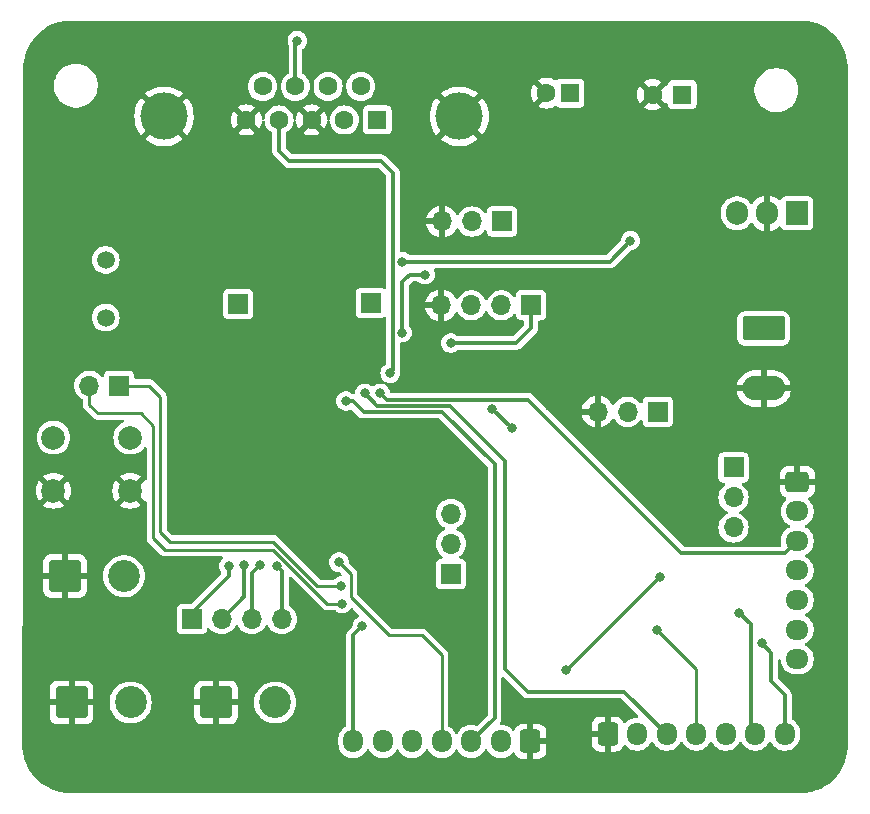
<source format=gbr>
%TF.GenerationSoftware,KiCad,Pcbnew,8.0.5*%
%TF.CreationDate,2024-10-29T23:06:17+07:00*%
%TF.ProjectId,inverter_vcu,696e7665-7274-4657-925f-7663752e6b69,rev?*%
%TF.SameCoordinates,Original*%
%TF.FileFunction,Copper,L2,Bot*%
%TF.FilePolarity,Positive*%
%FSLAX46Y46*%
G04 Gerber Fmt 4.6, Leading zero omitted, Abs format (unit mm)*
G04 Created by KiCad (PCBNEW 8.0.5) date 2024-10-29 23:06:17*
%MOMM*%
%LPD*%
G01*
G04 APERTURE LIST*
G04 Aperture macros list*
%AMRoundRect*
0 Rectangle with rounded corners*
0 $1 Rounding radius*
0 $2 $3 $4 $5 $6 $7 $8 $9 X,Y pos of 4 corners*
0 Add a 4 corners polygon primitive as box body*
4,1,4,$2,$3,$4,$5,$6,$7,$8,$9,$2,$3,0*
0 Add four circle primitives for the rounded corners*
1,1,$1+$1,$2,$3*
1,1,$1+$1,$4,$5*
1,1,$1+$1,$6,$7*
1,1,$1+$1,$8,$9*
0 Add four rect primitives between the rounded corners*
20,1,$1+$1,$2,$3,$4,$5,0*
20,1,$1+$1,$4,$5,$6,$7,0*
20,1,$1+$1,$6,$7,$8,$9,0*
20,1,$1+$1,$8,$9,$2,$3,0*%
G04 Aperture macros list end*
%TA.AperFunction,ComponentPad*%
%ADD10RoundRect,0.250000X-0.600000X-0.725000X0.600000X-0.725000X0.600000X0.725000X-0.600000X0.725000X0*%
%TD*%
%TA.AperFunction,ComponentPad*%
%ADD11O,1.700000X1.950000*%
%TD*%
%TA.AperFunction,ComponentPad*%
%ADD12R,1.700000X1.700000*%
%TD*%
%TA.AperFunction,ComponentPad*%
%ADD13O,1.700000X1.700000*%
%TD*%
%TA.AperFunction,ComponentPad*%
%ADD14RoundRect,0.250001X-1.099999X-1.099999X1.099999X-1.099999X1.099999X1.099999X-1.099999X1.099999X0*%
%TD*%
%TA.AperFunction,ComponentPad*%
%ADD15C,2.700000*%
%TD*%
%TA.AperFunction,ComponentPad*%
%ADD16RoundRect,0.249999X-1.550001X0.790001X-1.550001X-0.790001X1.550001X-0.790001X1.550001X0.790001X0*%
%TD*%
%TA.AperFunction,ComponentPad*%
%ADD17O,3.600000X2.080000*%
%TD*%
%TA.AperFunction,ComponentPad*%
%ADD18RoundRect,0.250000X-0.725000X0.600000X-0.725000X-0.600000X0.725000X-0.600000X0.725000X0.600000X0*%
%TD*%
%TA.AperFunction,ComponentPad*%
%ADD19O,1.950000X1.700000*%
%TD*%
%TA.AperFunction,ComponentPad*%
%ADD20C,4.000000*%
%TD*%
%TA.AperFunction,ComponentPad*%
%ADD21R,1.600000X1.600000*%
%TD*%
%TA.AperFunction,ComponentPad*%
%ADD22C,1.600000*%
%TD*%
%TA.AperFunction,ComponentPad*%
%ADD23C,2.000000*%
%TD*%
%TA.AperFunction,ComponentPad*%
%ADD24C,1.500000*%
%TD*%
%TA.AperFunction,ComponentPad*%
%ADD25R,1.905000X2.000000*%
%TD*%
%TA.AperFunction,ComponentPad*%
%ADD26O,1.905000X2.000000*%
%TD*%
%TA.AperFunction,ComponentPad*%
%ADD27RoundRect,0.250000X0.600000X0.725000X-0.600000X0.725000X-0.600000X-0.725000X0.600000X-0.725000X0*%
%TD*%
%TA.AperFunction,ViaPad*%
%ADD28C,0.800000*%
%TD*%
%TA.AperFunction,Conductor*%
%ADD29C,0.300000*%
%TD*%
%TA.AperFunction,Conductor*%
%ADD30C,0.250000*%
%TD*%
G04 APERTURE END LIST*
D10*
%TO.P,J16,1,Pin_1*%
%TO.N,GND*%
X164675000Y-124300000D03*
D11*
%TO.P,J16,2,Pin_2*%
%TO.N,unconnected-(J16-Pad2)*%
X167175000Y-124300000D03*
%TO.P,J16,3,Pin_3*%
%TO.N,/fault1*%
X169675000Y-124300000D03*
%TO.P,J16,4,Pin_4*%
%TO.N,/rdy1*%
X172175000Y-124300000D03*
%TO.P,J16,5,Pin_5*%
%TO.N,/a11*%
X174675000Y-124300000D03*
%TO.P,J16,6,Pin_6*%
%TO.N,/a9*%
X177175000Y-124300000D03*
%TO.P,J16,7,Pin_7*%
%TO.N,/b0*%
X179675000Y-124300000D03*
%TD*%
D12*
%TO.P,J1,1,Pin_1*%
%TO.N,+3.3V*%
X155725000Y-80900000D03*
D13*
%TO.P,J1,2,Pin_2*%
%TO.N,Net-(J1-Pad2)*%
X153185000Y-80900000D03*
%TO.P,J1,3,Pin_3*%
%TO.N,GND*%
X150645000Y-80900000D03*
%TD*%
D12*
%TO.P,J8,1,Pin_1*%
%TO.N,+3.3V*%
X158200000Y-88000000D03*
D13*
%TO.P,J8,2,Pin_2*%
%TO.N,/SWDIO*%
X155660000Y-88000000D03*
%TO.P,J8,3,Pin_3*%
%TO.N,/SWCLK*%
X153120000Y-88000000D03*
%TO.P,J8,4,Pin_4*%
%TO.N,GND*%
X150580000Y-88000000D03*
%TD*%
D14*
%TO.P,J5,1,Pin_1*%
%TO.N,GND*%
X131522500Y-121625000D03*
D15*
%TO.P,J5,2,Pin_2*%
%TO.N,/adc3*%
X136522500Y-121625000D03*
%TD*%
D16*
%TO.P,J13,1,Pin_1*%
%TO.N,+BATT*%
X177877500Y-89960000D03*
D17*
%TO.P,J13,2,Pin_2*%
%TO.N,GND*%
X177877500Y-95040000D03*
%TD*%
D12*
%TO.P,J6,1,Pin_1*%
%TO.N,/CAN_Tx*%
X133400000Y-87900000D03*
%TD*%
%TO.P,J7,1,Pin_1*%
%TO.N,/CAN_Rx*%
X144600000Y-87800000D03*
%TD*%
%TO.P,J10,1,Pin_1*%
%TO.N,/uart3_tx*%
X123325000Y-94800000D03*
D13*
%TO.P,J10,2,Pin_2*%
%TO.N,/uart3_rx*%
X120785000Y-94800000D03*
%TD*%
D14*
%TO.P,J3,1,Pin_1*%
%TO.N,GND*%
X118725000Y-110925000D03*
D15*
%TO.P,J3,2,Pin_2*%
%TO.N,/adc1*%
X123725000Y-110925000D03*
%TD*%
D18*
%TO.P,J15,1,Pin_1*%
%TO.N,GND*%
X180725000Y-102950000D03*
D19*
%TO.P,J15,2,Pin_2*%
%TO.N,Net-(J15-Pad2)*%
X180725000Y-105450000D03*
%TO.P,J15,3,Pin_3*%
%TO.N,/a15*%
X180725000Y-107950000D03*
%TO.P,J15,4,Pin_4*%
%TO.N,/a12*%
X180725000Y-110450000D03*
%TO.P,J15,5,Pin_5*%
%TO.N,/a11*%
X180725000Y-112950000D03*
%TO.P,J15,6,Pin_6*%
%TO.N,/a8*%
X180725000Y-115450000D03*
%TO.P,J15,7,Pin_7*%
%TO.N,/a7*%
X180725000Y-117950000D03*
%TD*%
D12*
%TO.P,J11,1,Pin_1*%
%TO.N,/pwm_a0*%
X129450000Y-114575000D03*
D13*
%TO.P,J11,2,Pin_2*%
%TO.N,/pwm_a1*%
X131990000Y-114575000D03*
%TO.P,J11,3,Pin_3*%
%TO.N,/pmw_a2*%
X134530000Y-114575000D03*
%TO.P,J11,4,Pin_4*%
%TO.N,/pwm_a3*%
X137070000Y-114575000D03*
%TD*%
D14*
%TO.P,J4,1,Pin_1*%
%TO.N,GND*%
X119275000Y-121625000D03*
D15*
%TO.P,J4,2,Pin_2*%
%TO.N,/adc2*%
X124275000Y-121625000D03*
%TD*%
D20*
%TO.P,J12,0,PAD*%
%TO.N,GND*%
X152110000Y-72005331D03*
X127110000Y-72005331D03*
D21*
%TO.P,J12,1,1*%
%TO.N,/MVCU_HBT*%
X145150000Y-72305331D03*
D22*
%TO.P,J12,2,2*%
%TO.N,/CAN_L-*%
X142380000Y-72305331D03*
%TO.P,J12,3,3*%
%TO.N,GND*%
X139610000Y-72305331D03*
%TO.P,J12,4,4*%
%TO.N,/I2C_SCL*%
X136840000Y-72305331D03*
%TO.P,J12,5,5*%
%TO.N,GND*%
X134070000Y-72305331D03*
%TO.P,J12,6,6*%
%TO.N,/VCU_HBT*%
X143765000Y-69465331D03*
%TO.P,J12,7,7*%
%TO.N,/CAN_H+*%
X140995000Y-69465331D03*
%TO.P,J12,8,8*%
%TO.N,/I2C_SDA*%
X138225000Y-69465331D03*
%TO.P,J12,9,9*%
%TO.N,+5V*%
X135455000Y-69465331D03*
%TD*%
D12*
%TO.P,J14,1,Pin_1*%
%TO.N,Net-(C14-Pad1)*%
X168900000Y-97000000D03*
D13*
%TO.P,J14,2,Pin_2*%
%TO.N,+3.3V*%
X166360000Y-97000000D03*
%TO.P,J14,3,Pin_3*%
%TO.N,GND*%
X163820000Y-97000000D03*
%TD*%
D21*
%TO.P,C12,1*%
%TO.N,+BATT*%
X170975000Y-70150000D03*
D22*
%TO.P,C12,2*%
%TO.N,GND*%
X168475000Y-70150000D03*
%TD*%
D23*
%TO.P,SW1,1,1*%
%TO.N,GND*%
X124250000Y-103700000D03*
X117750000Y-103700000D03*
%TO.P,SW1,2,2*%
%TO.N,/RESET*%
X124250000Y-99200000D03*
X117750000Y-99200000D03*
%TD*%
D21*
%TO.P,C15,1*%
%TO.N,+5V*%
X161480113Y-70025000D03*
D22*
%TO.P,C15,2*%
%TO.N,GND*%
X159480113Y-70025000D03*
%TD*%
D24*
%TO.P,Y1,1,1*%
%TO.N,Net-(C9-Pad1)*%
X122175000Y-89037500D03*
%TO.P,Y1,2,2*%
%TO.N,/OSC_IN*%
X122175000Y-84157500D03*
%TD*%
D12*
%TO.P,J9,1,Pin_1*%
%TO.N,/sck*%
X151400000Y-110725000D03*
D13*
%TO.P,J9,2,Pin_2*%
%TO.N,/miso*%
X151400000Y-108185000D03*
%TO.P,J9,3,Pin_3*%
%TO.N,/mosi*%
X151400000Y-105645000D03*
%TD*%
D25*
%TO.P,U3,1,VI*%
%TO.N,+BATT*%
X180700000Y-80200000D03*
D26*
%TO.P,U3,2,GND*%
%TO.N,GND*%
X178160000Y-80200000D03*
%TO.P,U3,3,VO*%
%TO.N,+5V*%
X175620000Y-80200000D03*
%TD*%
D27*
%TO.P,J2,1,Pin_1*%
%TO.N,GND*%
X158125000Y-124925000D03*
D11*
%TO.P,J2,2,Pin_2*%
%TO.N,unconnected-(J2-Pad2)*%
X155625000Y-124925000D03*
%TO.P,J2,3,Pin_3*%
%TO.N,/fault2*%
X153125000Y-124925000D03*
%TO.P,J2,4,Pin_4*%
%TO.N,/rdy2*%
X150625000Y-124925000D03*
%TO.P,J2,5,Pin_5*%
%TO.N,/a11*%
X148125000Y-124925000D03*
%TO.P,J2,6,Pin_6*%
%TO.N,/a10*%
X145625000Y-124925000D03*
%TO.P,J2,7,Pin_7*%
%TO.N,/b1*%
X143125000Y-124925000D03*
%TD*%
D12*
%TO.P,J17,1,Pin_1*%
%TO.N,+5V*%
X175325000Y-101725000D03*
D13*
%TO.P,J17,2,Pin_2*%
%TO.N,Net-(J15-Pad2)*%
X175325000Y-104265000D03*
%TO.P,J17,3,Pin_3*%
%TO.N,unconnected-(J17-Pad3)*%
X175325000Y-106805000D03*
%TD*%
D28*
%TO.N,+3.3V*%
X154900000Y-96749500D03*
X156550500Y-98400000D03*
X151400000Y-91200000D03*
%TO.N,GND*%
X160500000Y-93500000D03*
X142879977Y-101579977D03*
X121150000Y-74650000D03*
X139300000Y-90500000D03*
X126225000Y-85625000D03*
X137700000Y-92700000D03*
X127625000Y-111175000D03*
X139300000Y-102200000D03*
X142070023Y-104629977D03*
X167800000Y-78400000D03*
X134000000Y-79300000D03*
X127500000Y-80150000D03*
%TO.N,+5V*%
X166600000Y-82525000D03*
X147249500Y-84300000D03*
%TO.N,Net-(J1-Pad2)*%
X147250500Y-90300000D03*
X149200000Y-85400000D03*
%TO.N,/a15*%
X145400000Y-95449500D03*
%TO.N,/a9*%
X175800000Y-114025000D03*
%TO.N,/b0*%
X177724500Y-116625000D03*
%TO.N,/a10*%
X161125000Y-118850000D03*
X169100000Y-110975000D03*
%TO.N,/b1*%
X143900000Y-115150000D03*
%TO.N,/pwm_a0*%
X132600000Y-110100000D03*
%TO.N,/pwm_a1*%
X133900000Y-110000000D03*
%TO.N,/pmw_a2*%
X135200000Y-110000000D03*
%TO.N,/pwm_a3*%
X136700000Y-110100000D03*
%TO.N,/I2C_SCL*%
X146250000Y-93750000D03*
%TO.N,/I2C_SDA*%
X138400000Y-65600000D03*
%TO.N,/uart3_tx*%
X142100000Y-111775000D03*
%TO.N,/uart3_rx*%
X142204977Y-113245023D03*
%TO.N,/fault2*%
X142500000Y-96100000D03*
%TO.N,/rdy2*%
X141925000Y-109750000D03*
%TO.N,/fault1*%
X144100000Y-95449500D03*
%TO.N,/rdy1*%
X168850000Y-115500000D03*
%TD*%
D29*
%TO.N,+3.3V*%
X156900000Y-91200000D02*
X158200000Y-89900000D01*
X151400000Y-91200000D02*
X156900000Y-91200000D01*
X154900000Y-96749500D02*
X156550500Y-98400000D01*
X158200000Y-89900000D02*
X158200000Y-88000000D01*
%TO.N,+5V*%
X164825000Y-84300000D02*
X147249500Y-84300000D01*
X166600000Y-82525000D02*
X164825000Y-84300000D01*
%TO.N,Net-(J1-Pad2)*%
X147250500Y-86049500D02*
X147250500Y-90300000D01*
X149200000Y-85400000D02*
X147900000Y-85400000D01*
X147900000Y-85400000D02*
X147600000Y-85700000D01*
X147600000Y-85700000D02*
X147250500Y-86049500D01*
%TO.N,/a15*%
X145950500Y-96000000D02*
X157900000Y-96000000D01*
X179675000Y-109000000D02*
X180725000Y-107950000D01*
X145400000Y-95449500D02*
X145950500Y-96000000D01*
X157900000Y-96000000D02*
X170900000Y-109000000D01*
X170900000Y-109000000D02*
X179675000Y-109000000D01*
%TO.N,/a9*%
X177175000Y-124300000D02*
X176775000Y-123900000D01*
X176775000Y-115000000D02*
X175800000Y-114025000D01*
X176775000Y-123900000D02*
X176775000Y-115000000D01*
%TO.N,/b0*%
X178500000Y-117400500D02*
X178500000Y-119800000D01*
X177724500Y-116625000D02*
X178500000Y-117400500D01*
X178500000Y-119800000D02*
X179675000Y-120975000D01*
X179675000Y-120975000D02*
X179675000Y-124300000D01*
%TO.N,/a10*%
X169100000Y-110975000D02*
X161225000Y-118850000D01*
X161225000Y-118850000D02*
X161125000Y-118850000D01*
%TO.N,/b1*%
X143125000Y-115925000D02*
X143125000Y-124925000D01*
X143900000Y-115150000D02*
X143125000Y-115925000D01*
%TO.N,/pwm_a0*%
X132600000Y-110100000D02*
X132600000Y-110900000D01*
X132600000Y-110900000D02*
X129700000Y-113800000D01*
%TO.N,/pwm_a1*%
X133900000Y-110000000D02*
X133900000Y-112650000D01*
X133875000Y-112700000D02*
X133800000Y-112775000D01*
X133850000Y-112715000D02*
X131990000Y-114575000D01*
X133900000Y-112650000D02*
X133750000Y-112800000D01*
%TO.N,/pmw_a2*%
X134580000Y-110620000D02*
X134580000Y-113800000D01*
X135200000Y-110000000D02*
X134580000Y-110620000D01*
%TO.N,/pwm_a3*%
X137120000Y-110520000D02*
X137120000Y-113800000D01*
X136700000Y-110100000D02*
X137120000Y-110520000D01*
%TO.N,/I2C_SCL*%
X136840000Y-74940000D02*
X136840000Y-72305331D01*
X137700000Y-75800000D02*
X136840000Y-74940000D01*
X146250000Y-93750000D02*
X146500000Y-93500000D01*
X146500000Y-93500000D02*
X146500000Y-76800000D01*
X145500000Y-75800000D02*
X137700000Y-75800000D01*
X146500000Y-76800000D02*
X145500000Y-75800000D01*
%TO.N,/I2C_SDA*%
X138225000Y-65775000D02*
X138225000Y-69465331D01*
X138400000Y-65600000D02*
X138225000Y-65775000D01*
D30*
%TO.N,/uart3_tx*%
X140086396Y-111775000D02*
X136311396Y-108000000D01*
X126800000Y-107225000D02*
X126800000Y-95775000D01*
X127575000Y-108000000D02*
X126800000Y-107225000D01*
X125825000Y-94800000D02*
X123325000Y-94800000D01*
X142100000Y-111775000D02*
X140086396Y-111775000D01*
X136311396Y-108000000D02*
X127575000Y-108000000D01*
X126800000Y-95775000D02*
X125825000Y-94800000D01*
%TO.N,/uart3_rx*%
X140920023Y-113245023D02*
X136375000Y-108700000D01*
X125150000Y-97125000D02*
X121500000Y-97125000D01*
X120785000Y-96410000D02*
X120785000Y-94800000D01*
X142204977Y-113245023D02*
X140920023Y-113245023D01*
X126200000Y-98175000D02*
X125150000Y-97125000D01*
X136375000Y-108700000D02*
X127200000Y-108700000D01*
X126200000Y-107700000D02*
X126200000Y-98175000D01*
X127200000Y-108700000D02*
X126200000Y-107700000D01*
X121500000Y-97125000D02*
X120785000Y-96410000D01*
D29*
%TO.N,/fault2*%
X155100000Y-101450000D02*
X150650000Y-97000000D01*
X153125000Y-124925000D02*
X155100000Y-122950000D01*
X150650000Y-97000000D02*
X144000000Y-97000000D01*
X144000000Y-97000000D02*
X143100000Y-96100000D01*
X155100000Y-122950000D02*
X155100000Y-101450000D01*
X143100000Y-96100000D02*
X142500000Y-96100000D01*
D30*
%TO.N,/rdy2*%
X142929977Y-112729977D02*
X146125000Y-115925000D01*
X150625000Y-117600000D02*
X150625000Y-124925000D01*
X146125000Y-115925000D02*
X148950000Y-115925000D01*
X148950000Y-115925000D02*
X150625000Y-117600000D01*
X141925000Y-109750000D02*
X142929977Y-110754977D01*
X142929977Y-110754977D02*
X142929977Y-112729977D01*
D29*
%TO.N,/fault1*%
X157925000Y-120700000D02*
X166075000Y-120700000D01*
X145150500Y-96500000D02*
X151325000Y-96500000D01*
X151325000Y-96500000D02*
X156000000Y-101175000D01*
X166075000Y-120700000D02*
X169675000Y-124300000D01*
X156000000Y-118775000D02*
X157925000Y-120700000D01*
X156000000Y-101175000D02*
X156000000Y-118775000D01*
X144100000Y-95449500D02*
X145150500Y-96500000D01*
D30*
%TO.N,/rdy1*%
X168850000Y-115500000D02*
X172175000Y-118825000D01*
X172175000Y-118825000D02*
X172175000Y-124300000D01*
%TD*%
%TA.AperFunction,Conductor*%
%TO.N,GND*%
G36*
X181000733Y-63900008D02*
G01*
X181190997Y-63902342D01*
X181201771Y-63902939D01*
X181581133Y-63940302D01*
X181593321Y-63942110D01*
X181966443Y-64016328D01*
X181978435Y-64019333D01*
X182342451Y-64129756D01*
X182354078Y-64133916D01*
X182705543Y-64279497D01*
X182716704Y-64284776D01*
X183052199Y-64464103D01*
X183062790Y-64470451D01*
X183379092Y-64681797D01*
X183389020Y-64689161D01*
X183683071Y-64930481D01*
X183692233Y-64938785D01*
X183961214Y-65207766D01*
X183969518Y-65216928D01*
X184210836Y-65510976D01*
X184218202Y-65520907D01*
X184429544Y-65837202D01*
X184435901Y-65847808D01*
X184615219Y-66183287D01*
X184620506Y-66194465D01*
X184766080Y-66545914D01*
X184770245Y-66557556D01*
X184880666Y-66921565D01*
X184883671Y-66933559D01*
X184957885Y-67306654D01*
X184959699Y-67318886D01*
X184997059Y-67698212D01*
X184997657Y-67709016D01*
X184999991Y-67899265D01*
X185000000Y-67900811D01*
X185000000Y-125299188D01*
X184999991Y-125300734D01*
X184997657Y-125490983D01*
X184997059Y-125501787D01*
X184959699Y-125881113D01*
X184957885Y-125893345D01*
X184883671Y-126266440D01*
X184880666Y-126278434D01*
X184770245Y-126642443D01*
X184766080Y-126654085D01*
X184620506Y-127005534D01*
X184615219Y-127016712D01*
X184435901Y-127352191D01*
X184429544Y-127362797D01*
X184218202Y-127679092D01*
X184210836Y-127689023D01*
X183969518Y-127983071D01*
X183961214Y-127992233D01*
X183692233Y-128261214D01*
X183683071Y-128269518D01*
X183389023Y-128510836D01*
X183379092Y-128518202D01*
X183062797Y-128729544D01*
X183052191Y-128735901D01*
X182716712Y-128915219D01*
X182705534Y-128920506D01*
X182354085Y-129066080D01*
X182342443Y-129070245D01*
X181978434Y-129180666D01*
X181966440Y-129183671D01*
X181666864Y-129243260D01*
X181593341Y-129257885D01*
X181581113Y-129259699D01*
X181201787Y-129297059D01*
X181190983Y-129297657D01*
X181009920Y-129299878D01*
X181000732Y-129299991D01*
X180999189Y-129300000D01*
X119200811Y-129300000D01*
X119199267Y-129299991D01*
X119189782Y-129299874D01*
X119004106Y-129297597D01*
X118993302Y-129296999D01*
X118614591Y-129259699D01*
X118604202Y-129258675D01*
X118591976Y-129256862D01*
X118519195Y-129242385D01*
X118209247Y-129180733D01*
X118197252Y-129177728D01*
X117823847Y-129064457D01*
X117812205Y-129060292D01*
X117451684Y-128910959D01*
X117440506Y-128905672D01*
X117096367Y-128721725D01*
X117085761Y-128715368D01*
X116761307Y-128498576D01*
X116751375Y-128491210D01*
X116449727Y-128243654D01*
X116440566Y-128235350D01*
X116164649Y-127959433D01*
X116156345Y-127950272D01*
X115933793Y-127679092D01*
X115908787Y-127648622D01*
X115901423Y-127638692D01*
X115684631Y-127314238D01*
X115678274Y-127303632D01*
X115586300Y-127131562D01*
X115494323Y-126959485D01*
X115489044Y-126948323D01*
X115339704Y-126587786D01*
X115335542Y-126576152D01*
X115284533Y-126407999D01*
X115222271Y-126202747D01*
X115219266Y-126190752D01*
X115175858Y-125972525D01*
X115143134Y-125808006D01*
X115141325Y-125795814D01*
X115102999Y-125406681D01*
X115102402Y-125395907D01*
X115100009Y-125200782D01*
X115100001Y-125199181D01*
X115108247Y-120474484D01*
X117417000Y-120474484D01*
X117417000Y-121371000D01*
X118460177Y-121371000D01*
X118457665Y-121377064D01*
X118425000Y-121541282D01*
X118425000Y-121708718D01*
X118457665Y-121872936D01*
X118460177Y-121879000D01*
X117417001Y-121879000D01*
X117417001Y-122775507D01*
X117427605Y-122879318D01*
X117483342Y-123047525D01*
X117576366Y-123198339D01*
X117576371Y-123198345D01*
X117701654Y-123323628D01*
X117701660Y-123323633D01*
X117852474Y-123416657D01*
X118020678Y-123472393D01*
X118020681Y-123472394D01*
X118124484Y-123482999D01*
X119021000Y-123482999D01*
X119021000Y-122439823D01*
X119027064Y-122442335D01*
X119191282Y-122475000D01*
X119358718Y-122475000D01*
X119522936Y-122442335D01*
X119529000Y-122439823D01*
X119529000Y-123482999D01*
X120425507Y-123482999D01*
X120529318Y-123472394D01*
X120697525Y-123416657D01*
X120848339Y-123323633D01*
X120848345Y-123323628D01*
X120973628Y-123198345D01*
X120973633Y-123198339D01*
X121066657Y-123047525D01*
X121122393Y-122879321D01*
X121122394Y-122879318D01*
X121132999Y-122775515D01*
X121133000Y-122775515D01*
X121133000Y-121879000D01*
X120089823Y-121879000D01*
X120092335Y-121872936D01*
X120125000Y-121708718D01*
X120125000Y-121625000D01*
X122494521Y-121625000D01*
X122514407Y-121890369D01*
X122514408Y-121890373D01*
X122573623Y-122149806D01*
X122573624Y-122149808D01*
X122670844Y-122397523D01*
X122803896Y-122627976D01*
X122803902Y-122627984D01*
X122969815Y-122836031D01*
X122969819Y-122836036D01*
X123164883Y-123017029D01*
X123164886Y-123017031D01*
X123164890Y-123017035D01*
X123164896Y-123017039D01*
X123384751Y-123166934D01*
X123384758Y-123166938D01*
X123384761Y-123166940D01*
X123624518Y-123282401D01*
X123824443Y-123344070D01*
X123878799Y-123360837D01*
X123878806Y-123360839D01*
X124141945Y-123400500D01*
X124141949Y-123400500D01*
X124408051Y-123400500D01*
X124408055Y-123400500D01*
X124671194Y-123360839D01*
X124925482Y-123282401D01*
X125154444Y-123172139D01*
X125165234Y-123166943D01*
X125165234Y-123166942D01*
X125165240Y-123166940D01*
X125385110Y-123017035D01*
X125580183Y-122836033D01*
X125746101Y-122627980D01*
X125879156Y-122397521D01*
X125976377Y-122149805D01*
X126035593Y-121890367D01*
X126055479Y-121625000D01*
X126035593Y-121359633D01*
X125976377Y-121100195D01*
X125879156Y-120852479D01*
X125879155Y-120852476D01*
X125746103Y-120622023D01*
X125746097Y-120622015D01*
X125628444Y-120474484D01*
X129664500Y-120474484D01*
X129664500Y-121371000D01*
X130707677Y-121371000D01*
X130705165Y-121377064D01*
X130672500Y-121541282D01*
X130672500Y-121708718D01*
X130705165Y-121872936D01*
X130707677Y-121879000D01*
X129664501Y-121879000D01*
X129664501Y-122775507D01*
X129675105Y-122879318D01*
X129730842Y-123047525D01*
X129823866Y-123198339D01*
X129823871Y-123198345D01*
X129949154Y-123323628D01*
X129949160Y-123323633D01*
X130099974Y-123416657D01*
X130268178Y-123472393D01*
X130268181Y-123472394D01*
X130371984Y-123482999D01*
X131268500Y-123482999D01*
X131268500Y-122439823D01*
X131274564Y-122442335D01*
X131438782Y-122475000D01*
X131606218Y-122475000D01*
X131770436Y-122442335D01*
X131776500Y-122439823D01*
X131776500Y-123482999D01*
X132673007Y-123482999D01*
X132776818Y-123472394D01*
X132945025Y-123416657D01*
X133095839Y-123323633D01*
X133095845Y-123323628D01*
X133221128Y-123198345D01*
X133221133Y-123198339D01*
X133314157Y-123047525D01*
X133369893Y-122879321D01*
X133369894Y-122879318D01*
X133380499Y-122775515D01*
X133380500Y-122775515D01*
X133380500Y-121879000D01*
X132337323Y-121879000D01*
X132339835Y-121872936D01*
X132372500Y-121708718D01*
X132372500Y-121625000D01*
X134742021Y-121625000D01*
X134761907Y-121890369D01*
X134761908Y-121890373D01*
X134821123Y-122149806D01*
X134821124Y-122149808D01*
X134918344Y-122397523D01*
X135051396Y-122627976D01*
X135051402Y-122627984D01*
X135217315Y-122836031D01*
X135217319Y-122836036D01*
X135412383Y-123017029D01*
X135412386Y-123017031D01*
X135412390Y-123017035D01*
X135412396Y-123017039D01*
X135632251Y-123166934D01*
X135632258Y-123166938D01*
X135632261Y-123166940D01*
X135872018Y-123282401D01*
X136071943Y-123344070D01*
X136126299Y-123360837D01*
X136126306Y-123360839D01*
X136389445Y-123400500D01*
X136389449Y-123400500D01*
X136655551Y-123400500D01*
X136655555Y-123400500D01*
X136918694Y-123360839D01*
X137172982Y-123282401D01*
X137401944Y-123172139D01*
X137412734Y-123166943D01*
X137412734Y-123166942D01*
X137412740Y-123166940D01*
X137632610Y-123017035D01*
X137827683Y-122836033D01*
X137993601Y-122627980D01*
X138126656Y-122397521D01*
X138223877Y-122149805D01*
X138283093Y-121890367D01*
X138302979Y-121625000D01*
X138283093Y-121359633D01*
X138223877Y-121100195D01*
X138126656Y-120852479D01*
X138126655Y-120852476D01*
X137993603Y-120622023D01*
X137993597Y-120622015D01*
X137827684Y-120413968D01*
X137827680Y-120413963D01*
X137632616Y-120232970D01*
X137632603Y-120232960D01*
X137412742Y-120083061D01*
X137412734Y-120083056D01*
X137172990Y-119967602D01*
X137172985Y-119967600D01*
X137172982Y-119967599D01*
X137075120Y-119937412D01*
X136918700Y-119889162D01*
X136918695Y-119889161D01*
X136918694Y-119889161D01*
X136655555Y-119849500D01*
X136389445Y-119849500D01*
X136126306Y-119889161D01*
X136126305Y-119889161D01*
X136126299Y-119889162D01*
X135872012Y-119967601D01*
X135632258Y-120083061D01*
X135632251Y-120083065D01*
X135412396Y-120232960D01*
X135412383Y-120232970D01*
X135217319Y-120413963D01*
X135217315Y-120413968D01*
X135051402Y-120622015D01*
X135051396Y-120622023D01*
X134918344Y-120852476D01*
X134821124Y-121100191D01*
X134821123Y-121100193D01*
X134761908Y-121359626D01*
X134761907Y-121359630D01*
X134742021Y-121625000D01*
X132372500Y-121625000D01*
X132372500Y-121541282D01*
X132339835Y-121377064D01*
X132337323Y-121371000D01*
X133380499Y-121371000D01*
X133380499Y-120474492D01*
X133369894Y-120370681D01*
X133314157Y-120202474D01*
X133221133Y-120051660D01*
X133221128Y-120051654D01*
X133095845Y-119926371D01*
X133095839Y-119926366D01*
X132945025Y-119833342D01*
X132776821Y-119777606D01*
X132776818Y-119777605D01*
X132673015Y-119767000D01*
X131776500Y-119767000D01*
X131776500Y-120810176D01*
X131770436Y-120807665D01*
X131606218Y-120775000D01*
X131438782Y-120775000D01*
X131274564Y-120807665D01*
X131268500Y-120810176D01*
X131268500Y-119767000D01*
X130371992Y-119767000D01*
X130268181Y-119777605D01*
X130099974Y-119833342D01*
X129949160Y-119926366D01*
X129949154Y-119926371D01*
X129823871Y-120051654D01*
X129823866Y-120051660D01*
X129730842Y-120202474D01*
X129675106Y-120370678D01*
X129675105Y-120370681D01*
X129664500Y-120474484D01*
X125628444Y-120474484D01*
X125580184Y-120413968D01*
X125580180Y-120413963D01*
X125385116Y-120232970D01*
X125385103Y-120232960D01*
X125165242Y-120083061D01*
X125165234Y-120083056D01*
X124925490Y-119967602D01*
X124925485Y-119967600D01*
X124925482Y-119967599D01*
X124827620Y-119937412D01*
X124671200Y-119889162D01*
X124671195Y-119889161D01*
X124671194Y-119889161D01*
X124408055Y-119849500D01*
X124141945Y-119849500D01*
X123878806Y-119889161D01*
X123878805Y-119889161D01*
X123878799Y-119889162D01*
X123624512Y-119967601D01*
X123384758Y-120083061D01*
X123384751Y-120083065D01*
X123164896Y-120232960D01*
X123164883Y-120232970D01*
X122969819Y-120413963D01*
X122969815Y-120413968D01*
X122803902Y-120622015D01*
X122803896Y-120622023D01*
X122670844Y-120852476D01*
X122573624Y-121100191D01*
X122573623Y-121100193D01*
X122514408Y-121359626D01*
X122514407Y-121359630D01*
X122494521Y-121625000D01*
X120125000Y-121625000D01*
X120125000Y-121541282D01*
X120092335Y-121377064D01*
X120089823Y-121371000D01*
X121132999Y-121371000D01*
X121132999Y-120474492D01*
X121122394Y-120370681D01*
X121066657Y-120202474D01*
X120973633Y-120051660D01*
X120973628Y-120051654D01*
X120848345Y-119926371D01*
X120848339Y-119926366D01*
X120697525Y-119833342D01*
X120529321Y-119777606D01*
X120529318Y-119777605D01*
X120425515Y-119767000D01*
X119529000Y-119767000D01*
X119529000Y-120810176D01*
X119522936Y-120807665D01*
X119358718Y-120775000D01*
X119191282Y-120775000D01*
X119027064Y-120807665D01*
X119021000Y-120810176D01*
X119021000Y-119767000D01*
X118124492Y-119767000D01*
X118020681Y-119777605D01*
X117852474Y-119833342D01*
X117701660Y-119926366D01*
X117701654Y-119926371D01*
X117576371Y-120051654D01*
X117576366Y-120051660D01*
X117483342Y-120202474D01*
X117427606Y-120370678D01*
X117427605Y-120370681D01*
X117417000Y-120474484D01*
X115108247Y-120474484D01*
X115126921Y-109774484D01*
X116867000Y-109774484D01*
X116867000Y-110671000D01*
X117910177Y-110671000D01*
X117907665Y-110677064D01*
X117875000Y-110841282D01*
X117875000Y-111008718D01*
X117907665Y-111172936D01*
X117910177Y-111179000D01*
X116867001Y-111179000D01*
X116867001Y-112075507D01*
X116877605Y-112179318D01*
X116933342Y-112347525D01*
X117026366Y-112498339D01*
X117026371Y-112498345D01*
X117151654Y-112623628D01*
X117151660Y-112623633D01*
X117302474Y-112716657D01*
X117470678Y-112772393D01*
X117470681Y-112772394D01*
X117574484Y-112782999D01*
X118471000Y-112782999D01*
X118471000Y-111739823D01*
X118477064Y-111742335D01*
X118641282Y-111775000D01*
X118808718Y-111775000D01*
X118972936Y-111742335D01*
X118979000Y-111739823D01*
X118979000Y-112782999D01*
X119875507Y-112782999D01*
X119979318Y-112772394D01*
X120147525Y-112716657D01*
X120298339Y-112623633D01*
X120298345Y-112623628D01*
X120423628Y-112498345D01*
X120423633Y-112498339D01*
X120516657Y-112347525D01*
X120572393Y-112179321D01*
X120572394Y-112179318D01*
X120582999Y-112075515D01*
X120583000Y-112075515D01*
X120583000Y-111179000D01*
X119539823Y-111179000D01*
X119542335Y-111172936D01*
X119575000Y-111008718D01*
X119575000Y-110925000D01*
X121944521Y-110925000D01*
X121964407Y-111190369D01*
X121964408Y-111190373D01*
X122023623Y-111449806D01*
X122023624Y-111449808D01*
X122120844Y-111697523D01*
X122253896Y-111927976D01*
X122253902Y-111927984D01*
X122419815Y-112136031D01*
X122419819Y-112136036D01*
X122614883Y-112317029D01*
X122614886Y-112317031D01*
X122614890Y-112317035D01*
X122614896Y-112317039D01*
X122834751Y-112466934D01*
X122834758Y-112466938D01*
X122834761Y-112466940D01*
X123074518Y-112582401D01*
X123297854Y-112651291D01*
X123328799Y-112660837D01*
X123328806Y-112660839D01*
X123591945Y-112700500D01*
X123591949Y-112700500D01*
X123858051Y-112700500D01*
X123858055Y-112700500D01*
X124121194Y-112660839D01*
X124375482Y-112582401D01*
X124615240Y-112466940D01*
X124835110Y-112317035D01*
X125030183Y-112136033D01*
X125196101Y-111927980D01*
X125324314Y-111705907D01*
X125329155Y-111697523D01*
X125353112Y-111636481D01*
X125426377Y-111449805D01*
X125485593Y-111190367D01*
X125505479Y-110925000D01*
X125485593Y-110659633D01*
X125426377Y-110400195D01*
X125329156Y-110152479D01*
X125329155Y-110152476D01*
X125196103Y-109922023D01*
X125196097Y-109922015D01*
X125030184Y-109713968D01*
X125030180Y-109713963D01*
X124835116Y-109532970D01*
X124835103Y-109532960D01*
X124615242Y-109383061D01*
X124615234Y-109383056D01*
X124375490Y-109267602D01*
X124375485Y-109267600D01*
X124375482Y-109267599D01*
X124277620Y-109237412D01*
X124121200Y-109189162D01*
X124121195Y-109189161D01*
X124121194Y-109189161D01*
X123858055Y-109149500D01*
X123591945Y-109149500D01*
X123328806Y-109189161D01*
X123328805Y-109189161D01*
X123328799Y-109189162D01*
X123074512Y-109267601D01*
X122834758Y-109383061D01*
X122834751Y-109383065D01*
X122614896Y-109532960D01*
X122614883Y-109532970D01*
X122419819Y-109713963D01*
X122419815Y-109713968D01*
X122253902Y-109922015D01*
X122253896Y-109922023D01*
X122120844Y-110152476D01*
X122023624Y-110400191D01*
X122023623Y-110400193D01*
X121964408Y-110659626D01*
X121964407Y-110659630D01*
X121944521Y-110925000D01*
X119575000Y-110925000D01*
X119575000Y-110841282D01*
X119542335Y-110677064D01*
X119539823Y-110671000D01*
X120582999Y-110671000D01*
X120582999Y-109774492D01*
X120572394Y-109670681D01*
X120516657Y-109502474D01*
X120423633Y-109351660D01*
X120423628Y-109351654D01*
X120298345Y-109226371D01*
X120298339Y-109226366D01*
X120147525Y-109133342D01*
X119979321Y-109077606D01*
X119979318Y-109077605D01*
X119875515Y-109067000D01*
X118979000Y-109067000D01*
X118979000Y-110110176D01*
X118972936Y-110107665D01*
X118808718Y-110075000D01*
X118641282Y-110075000D01*
X118477064Y-110107665D01*
X118471000Y-110110176D01*
X118471000Y-109067000D01*
X117574492Y-109067000D01*
X117470681Y-109077605D01*
X117302474Y-109133342D01*
X117151660Y-109226366D01*
X117151654Y-109226371D01*
X117026371Y-109351654D01*
X117026366Y-109351660D01*
X116933342Y-109502474D01*
X116877606Y-109670678D01*
X116877605Y-109670681D01*
X116867000Y-109774484D01*
X115126921Y-109774484D01*
X115137522Y-103700000D01*
X116237337Y-103700000D01*
X116255960Y-103936632D01*
X116311371Y-104167437D01*
X116402208Y-104386738D01*
X116516896Y-104573890D01*
X116516897Y-104573890D01*
X117225016Y-103865771D01*
X117237482Y-103912292D01*
X117309890Y-104037708D01*
X117412292Y-104140110D01*
X117537708Y-104212518D01*
X117584226Y-104224982D01*
X116876107Y-104933101D01*
X116876108Y-104933102D01*
X117063261Y-105047791D01*
X117282562Y-105138628D01*
X117513367Y-105194039D01*
X117750000Y-105212662D01*
X117986632Y-105194039D01*
X118217437Y-105138628D01*
X118436738Y-105047791D01*
X118623890Y-104933102D01*
X118623891Y-104933102D01*
X117915772Y-104224982D01*
X117962292Y-104212518D01*
X118087708Y-104140110D01*
X118190110Y-104037708D01*
X118262518Y-103912292D01*
X118274983Y-103865772D01*
X118983102Y-104573891D01*
X118983102Y-104573890D01*
X119097791Y-104386738D01*
X119188628Y-104167437D01*
X119244039Y-103936632D01*
X119262662Y-103700000D01*
X119244039Y-103463367D01*
X119188628Y-103232562D01*
X119097791Y-103013261D01*
X118983102Y-102826108D01*
X118983101Y-102826107D01*
X118274982Y-103534226D01*
X118262518Y-103487708D01*
X118190110Y-103362292D01*
X118087708Y-103259890D01*
X117962292Y-103187482D01*
X117915771Y-103175016D01*
X118623890Y-102466897D01*
X118623890Y-102466896D01*
X118436738Y-102352208D01*
X118217437Y-102261371D01*
X117986632Y-102205960D01*
X117750000Y-102187337D01*
X117513367Y-102205960D01*
X117282562Y-102261371D01*
X117063266Y-102352206D01*
X116876108Y-102466897D01*
X116876108Y-102466898D01*
X117584227Y-103175017D01*
X117537708Y-103187482D01*
X117412292Y-103259890D01*
X117309890Y-103362292D01*
X117237482Y-103487708D01*
X117225017Y-103534227D01*
X116516898Y-102826108D01*
X116516897Y-102826108D01*
X116402206Y-103013266D01*
X116311371Y-103232562D01*
X116255960Y-103463367D01*
X116237337Y-103700000D01*
X115137522Y-103700000D01*
X115145375Y-99200000D01*
X116319615Y-99200000D01*
X116339125Y-99435441D01*
X116397115Y-99664441D01*
X116397118Y-99664448D01*
X116492013Y-99880787D01*
X116621222Y-100078558D01*
X116621225Y-100078561D01*
X116781227Y-100252368D01*
X116967654Y-100397470D01*
X117175421Y-100509908D01*
X117398861Y-100586616D01*
X117631880Y-100625500D01*
X117631884Y-100625500D01*
X117868116Y-100625500D01*
X117868120Y-100625500D01*
X118101139Y-100586616D01*
X118324579Y-100509908D01*
X118532346Y-100397470D01*
X118718773Y-100252368D01*
X118878775Y-100078561D01*
X119007986Y-99880788D01*
X119102883Y-99664445D01*
X119160876Y-99435434D01*
X119180385Y-99200000D01*
X119160876Y-98964566D01*
X119102883Y-98735555D01*
X119007986Y-98519212D01*
X118947288Y-98426306D01*
X118878777Y-98321441D01*
X118878772Y-98321436D01*
X118878329Y-98320955D01*
X118718773Y-98147632D01*
X118532346Y-98002530D01*
X118532345Y-98002529D01*
X118324578Y-97890091D01*
X118324572Y-97890089D01*
X118101143Y-97813385D01*
X118101136Y-97813383D01*
X118001409Y-97796742D01*
X117868120Y-97774500D01*
X117631880Y-97774500D01*
X117515266Y-97793959D01*
X117398863Y-97813383D01*
X117398856Y-97813385D01*
X117175427Y-97890089D01*
X117175421Y-97890091D01*
X116967654Y-98002529D01*
X116967653Y-98002530D01*
X116781227Y-98147632D01*
X116621227Y-98321436D01*
X116621222Y-98321441D01*
X116492013Y-98519212D01*
X116397118Y-98735551D01*
X116397115Y-98735558D01*
X116339125Y-98964558D01*
X116319615Y-99200000D01*
X115145375Y-99200000D01*
X115153054Y-94800000D01*
X119504628Y-94800000D01*
X119524080Y-95022334D01*
X119547287Y-95108944D01*
X119581843Y-95237911D01*
X119581845Y-95237916D01*
X119676165Y-95440186D01*
X119796548Y-95612111D01*
X119804178Y-95623007D01*
X119961993Y-95780822D01*
X119965285Y-95783127D01*
X120144812Y-95908834D01*
X120144813Y-95908834D01*
X120144814Y-95908835D01*
X120161748Y-95916731D01*
X120215034Y-95963648D01*
X120234500Y-96030927D01*
X120234500Y-96482475D01*
X120249775Y-96539484D01*
X120272016Y-96622487D01*
X120344487Y-96748011D01*
X120344495Y-96748021D01*
X121161978Y-97565504D01*
X121161983Y-97565508D01*
X121161985Y-97565510D01*
X121161986Y-97565511D01*
X121161988Y-97565512D01*
X121213067Y-97595002D01*
X121264160Y-97624500D01*
X121287515Y-97637984D01*
X121427525Y-97675500D01*
X121427526Y-97675500D01*
X121572474Y-97675500D01*
X123574390Y-97675500D01*
X123642511Y-97695502D01*
X123689004Y-97749158D01*
X123699108Y-97819432D01*
X123669614Y-97884012D01*
X123634360Y-97912312D01*
X123592744Y-97934834D01*
X123467654Y-98002529D01*
X123467653Y-98002530D01*
X123281227Y-98147632D01*
X123121227Y-98321436D01*
X123121222Y-98321441D01*
X122992013Y-98519212D01*
X122897118Y-98735551D01*
X122897115Y-98735558D01*
X122839125Y-98964558D01*
X122819615Y-99200000D01*
X122839125Y-99435441D01*
X122897115Y-99664441D01*
X122897118Y-99664448D01*
X122992013Y-99880787D01*
X123121222Y-100078558D01*
X123121225Y-100078561D01*
X123281227Y-100252368D01*
X123467654Y-100397470D01*
X123675421Y-100509908D01*
X123898861Y-100586616D01*
X124131880Y-100625500D01*
X124131884Y-100625500D01*
X124368116Y-100625500D01*
X124368120Y-100625500D01*
X124601139Y-100586616D01*
X124824579Y-100509908D01*
X125032346Y-100397470D01*
X125218773Y-100252368D01*
X125378775Y-100078561D01*
X125418017Y-100018495D01*
X125472019Y-99972408D01*
X125542367Y-99962832D01*
X125606725Y-99992809D01*
X125644659Y-100052821D01*
X125649500Y-100087411D01*
X125649500Y-102704009D01*
X125629498Y-102772130D01*
X125575842Y-102818623D01*
X125508691Y-102829136D01*
X125483101Y-102826107D01*
X124774982Y-103534225D01*
X124762518Y-103487708D01*
X124690110Y-103362292D01*
X124587708Y-103259890D01*
X124462292Y-103187482D01*
X124415771Y-103175016D01*
X125123890Y-102466897D01*
X125123890Y-102466896D01*
X124936738Y-102352208D01*
X124717437Y-102261371D01*
X124486632Y-102205960D01*
X124250000Y-102187337D01*
X124013367Y-102205960D01*
X123782562Y-102261371D01*
X123563266Y-102352206D01*
X123376108Y-102466897D01*
X123376108Y-102466898D01*
X124084227Y-103175017D01*
X124037708Y-103187482D01*
X123912292Y-103259890D01*
X123809890Y-103362292D01*
X123737482Y-103487708D01*
X123725017Y-103534227D01*
X123016898Y-102826108D01*
X123016897Y-102826108D01*
X122902206Y-103013266D01*
X122811371Y-103232562D01*
X122755960Y-103463367D01*
X122737337Y-103700000D01*
X122755960Y-103936632D01*
X122811371Y-104167437D01*
X122902208Y-104386738D01*
X123016896Y-104573890D01*
X123016897Y-104573890D01*
X123725016Y-103865771D01*
X123737482Y-103912292D01*
X123809890Y-104037708D01*
X123912292Y-104140110D01*
X124037708Y-104212518D01*
X124084226Y-104224982D01*
X123376107Y-104933101D01*
X123376108Y-104933102D01*
X123563261Y-105047791D01*
X123782562Y-105138628D01*
X124013367Y-105194039D01*
X124250000Y-105212662D01*
X124486632Y-105194039D01*
X124717437Y-105138628D01*
X124936738Y-105047791D01*
X125123890Y-104933102D01*
X125123891Y-104933102D01*
X124415772Y-104224982D01*
X124462292Y-104212518D01*
X124587708Y-104140110D01*
X124690110Y-104037708D01*
X124762518Y-103912292D01*
X124774982Y-103865772D01*
X125483101Y-104573890D01*
X125508690Y-104570862D01*
X125578690Y-104582719D01*
X125631167Y-104630538D01*
X125649500Y-104695989D01*
X125649500Y-107772475D01*
X125653530Y-107787515D01*
X125653531Y-107787519D01*
X125653530Y-107787519D01*
X125687016Y-107912486D01*
X125759487Y-108038011D01*
X125759495Y-108038021D01*
X126861979Y-109140504D01*
X126861982Y-109140506D01*
X126861986Y-109140510D01*
X126905828Y-109165822D01*
X126987515Y-109212984D01*
X127127525Y-109250500D01*
X127127526Y-109250500D01*
X127272475Y-109250500D01*
X131977024Y-109250500D01*
X132045145Y-109270502D01*
X132091638Y-109324158D01*
X132101742Y-109394432D01*
X132072248Y-109459012D01*
X132051084Y-109478436D01*
X132044591Y-109483152D01*
X131928479Y-109612109D01*
X131928478Y-109612111D01*
X131922896Y-109621780D01*
X131841712Y-109762391D01*
X131788094Y-109927416D01*
X131788093Y-109927420D01*
X131788092Y-109927424D01*
X131769953Y-110100000D01*
X131788092Y-110272576D01*
X131788093Y-110272579D01*
X131788094Y-110272583D01*
X131841712Y-110437608D01*
X131841714Y-110437611D01*
X131928478Y-110587889D01*
X131928480Y-110587891D01*
X131928896Y-110588353D01*
X131929052Y-110588678D01*
X131932361Y-110593233D01*
X131931528Y-110593837D01*
X131959615Y-110652360D01*
X131950853Y-110722814D01*
X131924357Y-110761761D01*
X129423525Y-113262595D01*
X129361213Y-113296620D01*
X129334430Y-113299500D01*
X128566512Y-113299500D01*
X128466874Y-113315281D01*
X128466872Y-113315281D01*
X128466872Y-113315282D01*
X128346780Y-113376471D01*
X128251471Y-113471780D01*
X128208008Y-113557082D01*
X128190281Y-113591874D01*
X128174500Y-113691512D01*
X128174500Y-115458488D01*
X128190281Y-115558126D01*
X128197166Y-115571638D01*
X128248599Y-115672583D01*
X128251472Y-115678220D01*
X128346780Y-115773528D01*
X128466874Y-115834719D01*
X128566512Y-115850500D01*
X128566515Y-115850500D01*
X130333485Y-115850500D01*
X130333488Y-115850500D01*
X130433126Y-115834719D01*
X130553220Y-115773528D01*
X130648528Y-115678220D01*
X130709719Y-115558126D01*
X130725500Y-115458488D01*
X130725500Y-115392494D01*
X130745502Y-115324373D01*
X130799158Y-115277880D01*
X130869432Y-115267776D01*
X130934012Y-115297270D01*
X130954712Y-115320222D01*
X131009178Y-115398007D01*
X131166993Y-115555822D01*
X131349814Y-115683835D01*
X131552087Y-115778156D01*
X131767666Y-115835920D01*
X131990000Y-115855372D01*
X132212334Y-115835920D01*
X132427913Y-115778156D01*
X132630186Y-115683835D01*
X132813007Y-115555822D01*
X132970822Y-115398007D01*
X133098835Y-115215186D01*
X133145805Y-115114457D01*
X133192722Y-115061173D01*
X133260999Y-115041712D01*
X133328959Y-115062254D01*
X133374195Y-115114458D01*
X133421165Y-115215186D01*
X133518712Y-115354498D01*
X133549178Y-115398007D01*
X133706993Y-115555822D01*
X133889814Y-115683835D01*
X134092087Y-115778156D01*
X134307666Y-115835920D01*
X134530000Y-115855372D01*
X134752334Y-115835920D01*
X134967913Y-115778156D01*
X135170186Y-115683835D01*
X135353007Y-115555822D01*
X135510822Y-115398007D01*
X135638835Y-115215186D01*
X135685805Y-115114457D01*
X135732722Y-115061173D01*
X135800999Y-115041712D01*
X135868959Y-115062254D01*
X135914195Y-115114458D01*
X135961165Y-115215186D01*
X136058712Y-115354498D01*
X136089178Y-115398007D01*
X136246993Y-115555822D01*
X136429814Y-115683835D01*
X136632087Y-115778156D01*
X136847666Y-115835920D01*
X137070000Y-115855372D01*
X137292334Y-115835920D01*
X137507913Y-115778156D01*
X137710186Y-115683835D01*
X137893007Y-115555822D01*
X138050822Y-115398007D01*
X138178835Y-115215186D01*
X138273156Y-115012913D01*
X138330920Y-114797334D01*
X138350372Y-114575000D01*
X138330920Y-114352666D01*
X138273156Y-114137087D01*
X138178835Y-113934814D01*
X138050822Y-113751993D01*
X137893007Y-113594178D01*
X137840029Y-113557082D01*
X137749229Y-113493502D01*
X137704901Y-113438044D01*
X137695500Y-113390289D01*
X137695500Y-111103215D01*
X137715502Y-111035094D01*
X137769158Y-110988601D01*
X137839432Y-110978497D01*
X137904012Y-111007991D01*
X137910595Y-111014120D01*
X140582001Y-113685527D01*
X140582006Y-113685531D01*
X140582008Y-113685533D01*
X140582009Y-113685534D01*
X140582011Y-113685535D01*
X140638794Y-113718318D01*
X140662806Y-113732181D01*
X140707538Y-113758007D01*
X140847548Y-113795523D01*
X141533731Y-113795523D01*
X141601852Y-113815525D01*
X141627365Y-113837211D01*
X141641060Y-113852420D01*
X141649568Y-113861869D01*
X141649569Y-113861870D01*
X141666408Y-113874104D01*
X141789953Y-113963865D01*
X141948478Y-114034445D01*
X142118213Y-114070523D01*
X142291741Y-114070523D01*
X142461476Y-114034445D01*
X142620001Y-113963865D01*
X142760387Y-113861868D01*
X142876499Y-113732912D01*
X142896111Y-113698942D01*
X142947492Y-113649951D01*
X143017205Y-113636514D01*
X143083116Y-113662901D01*
X143094324Y-113672849D01*
X143609735Y-114188260D01*
X143643761Y-114250572D01*
X143638696Y-114321387D01*
X143596149Y-114378223D01*
X143571889Y-114392462D01*
X143484978Y-114431157D01*
X143484976Y-114431158D01*
X143344590Y-114533154D01*
X143228479Y-114662109D01*
X143228478Y-114662111D01*
X143200496Y-114710577D01*
X143141712Y-114812391D01*
X143088094Y-114977416D01*
X143088093Y-114977419D01*
X143088092Y-114977421D01*
X143088092Y-114977424D01*
X143084446Y-115012111D01*
X143072718Y-115123691D01*
X143045704Y-115189347D01*
X143036504Y-115199614D01*
X142771635Y-115464485D01*
X142771634Y-115464485D01*
X142664490Y-115571628D01*
X142664482Y-115571638D01*
X142588721Y-115702860D01*
X142588718Y-115702867D01*
X142576443Y-115748680D01*
X142552615Y-115837611D01*
X142549500Y-115849235D01*
X142549500Y-123584492D01*
X142529498Y-123652613D01*
X142480704Y-123696758D01*
X142456491Y-123709095D01*
X142294065Y-123827105D01*
X142294062Y-123827107D01*
X142152107Y-123969062D01*
X142152105Y-123969065D01*
X142034097Y-124131488D01*
X141942949Y-124310376D01*
X141942948Y-124310378D01*
X141889738Y-124474142D01*
X141880907Y-124501320D01*
X141849500Y-124699616D01*
X141849500Y-125150384D01*
X141880907Y-125348680D01*
X141942948Y-125539622D01*
X142034095Y-125718508D01*
X142152103Y-125880932D01*
X142152105Y-125880934D01*
X142152107Y-125880937D01*
X142294062Y-126022892D01*
X142294065Y-126022894D01*
X142294068Y-126022897D01*
X142456492Y-126140905D01*
X142635378Y-126232052D01*
X142826320Y-126294093D01*
X143024616Y-126325500D01*
X143024619Y-126325500D01*
X143225381Y-126325500D01*
X143225384Y-126325500D01*
X143423680Y-126294093D01*
X143614622Y-126232052D01*
X143793508Y-126140905D01*
X143955932Y-126022897D01*
X144097897Y-125880932D01*
X144215905Y-125718508D01*
X144262734Y-125626600D01*
X144311481Y-125574986D01*
X144380396Y-125557920D01*
X144447597Y-125580820D01*
X144487265Y-125626600D01*
X144534095Y-125718508D01*
X144652103Y-125880932D01*
X144652105Y-125880934D01*
X144652107Y-125880937D01*
X144794062Y-126022892D01*
X144794065Y-126022894D01*
X144794068Y-126022897D01*
X144956492Y-126140905D01*
X145135378Y-126232052D01*
X145326320Y-126294093D01*
X145524616Y-126325500D01*
X145524619Y-126325500D01*
X145725381Y-126325500D01*
X145725384Y-126325500D01*
X145923680Y-126294093D01*
X146114622Y-126232052D01*
X146293508Y-126140905D01*
X146455932Y-126022897D01*
X146597897Y-125880932D01*
X146715905Y-125718508D01*
X146762734Y-125626600D01*
X146811481Y-125574986D01*
X146880396Y-125557920D01*
X146947597Y-125580820D01*
X146987265Y-125626600D01*
X147034095Y-125718508D01*
X147152103Y-125880932D01*
X147152105Y-125880934D01*
X147152107Y-125880937D01*
X147294062Y-126022892D01*
X147294065Y-126022894D01*
X147294068Y-126022897D01*
X147456492Y-126140905D01*
X147635378Y-126232052D01*
X147826320Y-126294093D01*
X148024616Y-126325500D01*
X148024619Y-126325500D01*
X148225381Y-126325500D01*
X148225384Y-126325500D01*
X148423680Y-126294093D01*
X148614622Y-126232052D01*
X148793508Y-126140905D01*
X148955932Y-126022897D01*
X149097897Y-125880932D01*
X149215905Y-125718508D01*
X149262734Y-125626600D01*
X149311481Y-125574986D01*
X149380396Y-125557920D01*
X149447597Y-125580820D01*
X149487265Y-125626600D01*
X149534095Y-125718508D01*
X149652103Y-125880932D01*
X149652105Y-125880934D01*
X149652107Y-125880937D01*
X149794062Y-126022892D01*
X149794065Y-126022894D01*
X149794068Y-126022897D01*
X149956492Y-126140905D01*
X150135378Y-126232052D01*
X150326320Y-126294093D01*
X150524616Y-126325500D01*
X150524619Y-126325500D01*
X150725381Y-126325500D01*
X150725384Y-126325500D01*
X150923680Y-126294093D01*
X151114622Y-126232052D01*
X151293508Y-126140905D01*
X151455932Y-126022897D01*
X151597897Y-125880932D01*
X151715905Y-125718508D01*
X151762734Y-125626600D01*
X151811481Y-125574986D01*
X151880396Y-125557920D01*
X151947597Y-125580820D01*
X151987265Y-125626600D01*
X152034095Y-125718508D01*
X152152103Y-125880932D01*
X152152105Y-125880934D01*
X152152107Y-125880937D01*
X152294062Y-126022892D01*
X152294065Y-126022894D01*
X152294068Y-126022897D01*
X152456492Y-126140905D01*
X152635378Y-126232052D01*
X152826320Y-126294093D01*
X153024616Y-126325500D01*
X153024619Y-126325500D01*
X153225381Y-126325500D01*
X153225384Y-126325500D01*
X153423680Y-126294093D01*
X153614622Y-126232052D01*
X153793508Y-126140905D01*
X153955932Y-126022897D01*
X154097897Y-125880932D01*
X154215905Y-125718508D01*
X154262734Y-125626600D01*
X154311481Y-125574986D01*
X154380396Y-125557920D01*
X154447597Y-125580820D01*
X154487265Y-125626600D01*
X154534095Y-125718508D01*
X154652103Y-125880932D01*
X154652105Y-125880934D01*
X154652107Y-125880937D01*
X154794062Y-126022892D01*
X154794065Y-126022894D01*
X154794068Y-126022897D01*
X154956492Y-126140905D01*
X155135378Y-126232052D01*
X155326320Y-126294093D01*
X155524616Y-126325500D01*
X155524619Y-126325500D01*
X155725381Y-126325500D01*
X155725384Y-126325500D01*
X155923680Y-126294093D01*
X156114622Y-126232052D01*
X156293508Y-126140905D01*
X156455932Y-126022897D01*
X156597897Y-125880932D01*
X156597901Y-125880925D01*
X156600529Y-125877850D01*
X156659977Y-125839036D01*
X156730971Y-125838524D01*
X156790973Y-125876476D01*
X156815951Y-125920040D01*
X156833342Y-125972525D01*
X156926365Y-126123339D01*
X156926370Y-126123345D01*
X157051654Y-126248629D01*
X157051660Y-126248634D01*
X157202474Y-126341657D01*
X157370678Y-126397393D01*
X157370681Y-126397394D01*
X157474483Y-126407999D01*
X157474483Y-126408000D01*
X157871000Y-126408000D01*
X157871000Y-125326836D01*
X157941657Y-125367630D01*
X158062465Y-125400000D01*
X158187535Y-125400000D01*
X158308343Y-125367630D01*
X158379000Y-125326836D01*
X158379000Y-126408000D01*
X158775517Y-126408000D01*
X158775516Y-126407999D01*
X158879318Y-126397394D01*
X158879321Y-126397393D01*
X159047525Y-126341657D01*
X159198339Y-126248634D01*
X159198345Y-126248629D01*
X159323629Y-126123345D01*
X159323634Y-126123339D01*
X159416657Y-125972525D01*
X159472393Y-125804321D01*
X159472394Y-125804318D01*
X159482999Y-125700516D01*
X159483000Y-125700516D01*
X159483000Y-125179000D01*
X158526836Y-125179000D01*
X158567630Y-125108343D01*
X158600000Y-124987535D01*
X158600000Y-124862465D01*
X158567630Y-124741657D01*
X158526836Y-124671000D01*
X159483000Y-124671000D01*
X159483000Y-124149483D01*
X159472394Y-124045681D01*
X159472393Y-124045678D01*
X159416657Y-123877474D01*
X159323634Y-123726660D01*
X159323629Y-123726654D01*
X159198345Y-123601370D01*
X159198339Y-123601365D01*
X159047525Y-123508342D01*
X158879321Y-123452606D01*
X158879318Y-123452605D01*
X158775516Y-123442000D01*
X158379000Y-123442000D01*
X158379000Y-124523163D01*
X158308343Y-124482370D01*
X158187535Y-124450000D01*
X158062465Y-124450000D01*
X157941657Y-124482370D01*
X157871000Y-124523163D01*
X157871000Y-123442000D01*
X157474483Y-123442000D01*
X157370681Y-123452605D01*
X157370678Y-123452606D01*
X157202474Y-123508342D01*
X157051660Y-123601365D01*
X157051654Y-123601370D01*
X156926370Y-123726654D01*
X156926365Y-123726660D01*
X156833340Y-123877478D01*
X156815950Y-123929959D01*
X156775536Y-123988331D01*
X156709980Y-124015586D01*
X156640095Y-124003073D01*
X156600535Y-123972156D01*
X156597895Y-123969065D01*
X156455937Y-123827107D01*
X156455934Y-123827105D01*
X156455932Y-123827103D01*
X156293508Y-123709095D01*
X156114622Y-123617948D01*
X155923680Y-123555907D01*
X155725384Y-123524500D01*
X155643571Y-123524500D01*
X155575450Y-123504498D01*
X155528957Y-123450842D01*
X155518853Y-123380568D01*
X155548347Y-123315988D01*
X155554476Y-123309405D01*
X155560509Y-123303371D01*
X155560509Y-123303370D01*
X155560515Y-123303365D01*
X155636281Y-123172135D01*
X155675500Y-123025766D01*
X155675500Y-122874233D01*
X155675500Y-119568570D01*
X155695502Y-119500449D01*
X155749158Y-119453956D01*
X155819432Y-119443852D01*
X155884012Y-119473346D01*
X155890595Y-119479475D01*
X157571628Y-121160509D01*
X157571633Y-121160513D01*
X157571635Y-121160515D01*
X157702865Y-121236281D01*
X157849233Y-121275500D01*
X157849234Y-121275500D01*
X165784430Y-121275500D01*
X165852551Y-121295502D01*
X165873525Y-121312405D01*
X167245525Y-122684405D01*
X167279551Y-122746717D01*
X167274486Y-122817532D01*
X167231939Y-122874368D01*
X167165419Y-122899179D01*
X167156430Y-122899500D01*
X167074616Y-122899500D01*
X166876320Y-122930907D01*
X166876317Y-122930907D01*
X166876316Y-122930908D01*
X166685378Y-122992948D01*
X166685376Y-122992949D01*
X166506488Y-123084097D01*
X166344065Y-123202105D01*
X166344062Y-123202107D01*
X166202099Y-123344070D01*
X166199457Y-123347164D01*
X166140004Y-123385969D01*
X166069009Y-123386470D01*
X166009013Y-123348508D01*
X165984048Y-123304958D01*
X165966657Y-123252475D01*
X165873634Y-123101660D01*
X165873629Y-123101654D01*
X165748345Y-122976370D01*
X165748339Y-122976365D01*
X165597525Y-122883342D01*
X165429321Y-122827606D01*
X165429318Y-122827605D01*
X165325516Y-122817000D01*
X164929000Y-122817000D01*
X164929000Y-123898163D01*
X164858343Y-123857370D01*
X164737535Y-123825000D01*
X164612465Y-123825000D01*
X164491657Y-123857370D01*
X164421000Y-123898163D01*
X164421000Y-122817000D01*
X164024483Y-122817000D01*
X163920681Y-122827605D01*
X163920678Y-122827606D01*
X163752474Y-122883342D01*
X163601660Y-122976365D01*
X163601654Y-122976370D01*
X163476370Y-123101654D01*
X163476365Y-123101660D01*
X163383342Y-123252474D01*
X163327606Y-123420678D01*
X163327605Y-123420681D01*
X163317000Y-123524483D01*
X163317000Y-124046000D01*
X164273164Y-124046000D01*
X164232370Y-124116657D01*
X164200000Y-124237465D01*
X164200000Y-124362535D01*
X164232370Y-124483343D01*
X164273164Y-124554000D01*
X163317000Y-124554000D01*
X163317000Y-125075516D01*
X163327605Y-125179318D01*
X163327606Y-125179321D01*
X163383342Y-125347525D01*
X163476365Y-125498339D01*
X163476370Y-125498345D01*
X163601654Y-125623629D01*
X163601660Y-125623634D01*
X163752474Y-125716657D01*
X163920678Y-125772393D01*
X163920681Y-125772394D01*
X164024483Y-125782999D01*
X164024483Y-125783000D01*
X164421000Y-125783000D01*
X164421000Y-124701836D01*
X164491657Y-124742630D01*
X164612465Y-124775000D01*
X164737535Y-124775000D01*
X164858343Y-124742630D01*
X164929000Y-124701836D01*
X164929000Y-125783000D01*
X165325517Y-125783000D01*
X165325516Y-125782999D01*
X165429318Y-125772394D01*
X165429321Y-125772393D01*
X165597525Y-125716657D01*
X165748339Y-125623634D01*
X165748345Y-125623629D01*
X165873629Y-125498345D01*
X165873634Y-125498339D01*
X165966658Y-125347523D01*
X165984048Y-125295042D01*
X166024461Y-125236670D01*
X166090017Y-125209413D01*
X166159902Y-125221925D01*
X166199463Y-125252841D01*
X166202109Y-125255939D01*
X166344062Y-125397892D01*
X166344065Y-125397894D01*
X166344068Y-125397897D01*
X166506492Y-125515905D01*
X166685378Y-125607052D01*
X166876320Y-125669093D01*
X167074616Y-125700500D01*
X167074619Y-125700500D01*
X167275381Y-125700500D01*
X167275384Y-125700500D01*
X167473680Y-125669093D01*
X167664622Y-125607052D01*
X167843508Y-125515905D01*
X168005932Y-125397897D01*
X168147897Y-125255932D01*
X168265905Y-125093508D01*
X168312734Y-125001600D01*
X168361481Y-124949986D01*
X168430396Y-124932920D01*
X168497597Y-124955820D01*
X168537265Y-125001600D01*
X168584095Y-125093508D01*
X168702103Y-125255932D01*
X168702105Y-125255934D01*
X168702107Y-125255937D01*
X168844062Y-125397892D01*
X168844065Y-125397894D01*
X168844068Y-125397897D01*
X169006492Y-125515905D01*
X169185378Y-125607052D01*
X169376320Y-125669093D01*
X169574616Y-125700500D01*
X169574619Y-125700500D01*
X169775381Y-125700500D01*
X169775384Y-125700500D01*
X169973680Y-125669093D01*
X170164622Y-125607052D01*
X170343508Y-125515905D01*
X170505932Y-125397897D01*
X170647897Y-125255932D01*
X170765905Y-125093508D01*
X170812734Y-125001600D01*
X170861481Y-124949986D01*
X170930396Y-124932920D01*
X170997597Y-124955820D01*
X171037265Y-125001600D01*
X171084095Y-125093508D01*
X171202103Y-125255932D01*
X171202105Y-125255934D01*
X171202107Y-125255937D01*
X171344062Y-125397892D01*
X171344065Y-125397894D01*
X171344068Y-125397897D01*
X171506492Y-125515905D01*
X171685378Y-125607052D01*
X171876320Y-125669093D01*
X172074616Y-125700500D01*
X172074619Y-125700500D01*
X172275381Y-125700500D01*
X172275384Y-125700500D01*
X172473680Y-125669093D01*
X172664622Y-125607052D01*
X172843508Y-125515905D01*
X173005932Y-125397897D01*
X173147897Y-125255932D01*
X173265905Y-125093508D01*
X173312734Y-125001600D01*
X173361481Y-124949986D01*
X173430396Y-124932920D01*
X173497597Y-124955820D01*
X173537265Y-125001600D01*
X173584095Y-125093508D01*
X173702103Y-125255932D01*
X173702105Y-125255934D01*
X173702107Y-125255937D01*
X173844062Y-125397892D01*
X173844065Y-125397894D01*
X173844068Y-125397897D01*
X174006492Y-125515905D01*
X174185378Y-125607052D01*
X174376320Y-125669093D01*
X174574616Y-125700500D01*
X174574619Y-125700500D01*
X174775381Y-125700500D01*
X174775384Y-125700500D01*
X174973680Y-125669093D01*
X175164622Y-125607052D01*
X175343508Y-125515905D01*
X175505932Y-125397897D01*
X175647897Y-125255932D01*
X175765905Y-125093508D01*
X175812734Y-125001600D01*
X175861481Y-124949986D01*
X175930396Y-124932920D01*
X175997597Y-124955820D01*
X176037265Y-125001600D01*
X176084095Y-125093508D01*
X176202103Y-125255932D01*
X176202105Y-125255934D01*
X176202107Y-125255937D01*
X176344062Y-125397892D01*
X176344065Y-125397894D01*
X176344068Y-125397897D01*
X176506492Y-125515905D01*
X176685378Y-125607052D01*
X176876320Y-125669093D01*
X177074616Y-125700500D01*
X177074619Y-125700500D01*
X177275381Y-125700500D01*
X177275384Y-125700500D01*
X177473680Y-125669093D01*
X177664622Y-125607052D01*
X177843508Y-125515905D01*
X178005932Y-125397897D01*
X178147897Y-125255932D01*
X178265905Y-125093508D01*
X178312734Y-125001600D01*
X178361481Y-124949986D01*
X178430396Y-124932920D01*
X178497597Y-124955820D01*
X178537265Y-125001600D01*
X178584095Y-125093508D01*
X178702103Y-125255932D01*
X178702105Y-125255934D01*
X178702107Y-125255937D01*
X178844062Y-125397892D01*
X178844065Y-125397894D01*
X178844068Y-125397897D01*
X179006492Y-125515905D01*
X179185378Y-125607052D01*
X179376320Y-125669093D01*
X179574616Y-125700500D01*
X179574619Y-125700500D01*
X179775381Y-125700500D01*
X179775384Y-125700500D01*
X179973680Y-125669093D01*
X180164622Y-125607052D01*
X180343508Y-125515905D01*
X180505932Y-125397897D01*
X180647897Y-125255932D01*
X180765905Y-125093508D01*
X180857052Y-124914622D01*
X180919093Y-124723680D01*
X180950500Y-124525384D01*
X180950500Y-124074616D01*
X180919093Y-123876320D01*
X180857052Y-123685378D01*
X180765905Y-123506492D01*
X180647897Y-123344068D01*
X180647894Y-123344065D01*
X180647892Y-123344062D01*
X180505937Y-123202107D01*
X180505934Y-123202105D01*
X180505932Y-123202103D01*
X180343508Y-123084095D01*
X180319296Y-123071758D01*
X180267681Y-123023010D01*
X180250500Y-122959492D01*
X180250500Y-120899235D01*
X180225964Y-120807665D01*
X180211281Y-120752865D01*
X180135739Y-120622023D01*
X180135517Y-120621638D01*
X180135513Y-120621633D01*
X180028365Y-120514485D01*
X179112405Y-119598525D01*
X179078379Y-119536213D01*
X179075500Y-119509430D01*
X179075500Y-118079240D01*
X179095502Y-118011119D01*
X179149158Y-117964626D01*
X179219432Y-117954522D01*
X179284012Y-117984016D01*
X179322396Y-118043742D01*
X179325947Y-118059520D01*
X179355907Y-118248680D01*
X179417948Y-118439622D01*
X179509095Y-118618508D01*
X179627103Y-118780932D01*
X179627105Y-118780934D01*
X179627107Y-118780937D01*
X179769062Y-118922892D01*
X179769065Y-118922894D01*
X179769068Y-118922897D01*
X179931492Y-119040905D01*
X180110378Y-119132052D01*
X180301320Y-119194093D01*
X180499616Y-119225500D01*
X180499619Y-119225500D01*
X180950381Y-119225500D01*
X180950384Y-119225500D01*
X181148680Y-119194093D01*
X181339622Y-119132052D01*
X181518508Y-119040905D01*
X181680932Y-118922897D01*
X181822897Y-118780932D01*
X181940905Y-118618508D01*
X182032052Y-118439622D01*
X182094093Y-118248680D01*
X182125500Y-118050384D01*
X182125500Y-117849616D01*
X182094093Y-117651320D01*
X182032052Y-117460378D01*
X181940905Y-117281492D01*
X181822897Y-117119068D01*
X181822894Y-117119065D01*
X181822892Y-117119062D01*
X181680937Y-116977107D01*
X181680934Y-116977105D01*
X181680932Y-116977103D01*
X181518508Y-116859095D01*
X181426600Y-116812265D01*
X181374986Y-116763519D01*
X181357920Y-116694604D01*
X181380820Y-116627403D01*
X181426600Y-116587734D01*
X181518508Y-116540905D01*
X181680932Y-116422897D01*
X181822897Y-116280932D01*
X181940905Y-116118508D01*
X182032052Y-115939622D01*
X182094093Y-115748680D01*
X182125500Y-115550384D01*
X182125500Y-115349616D01*
X182094093Y-115151320D01*
X182032052Y-114960378D01*
X181940905Y-114781492D01*
X181822897Y-114619068D01*
X181822894Y-114619065D01*
X181822892Y-114619062D01*
X181680937Y-114477107D01*
X181680934Y-114477105D01*
X181680932Y-114477103D01*
X181518508Y-114359095D01*
X181426600Y-114312265D01*
X181374986Y-114263519D01*
X181357920Y-114194604D01*
X181380820Y-114127403D01*
X181426600Y-114087734D01*
X181518508Y-114040905D01*
X181680932Y-113922897D01*
X181822897Y-113780932D01*
X181940905Y-113618508D01*
X182032052Y-113439622D01*
X182094093Y-113248680D01*
X182125500Y-113050384D01*
X182125500Y-112849616D01*
X182094093Y-112651320D01*
X182032052Y-112460378D01*
X181940905Y-112281492D01*
X181822897Y-112119068D01*
X181822894Y-112119065D01*
X181822892Y-112119062D01*
X181680937Y-111977107D01*
X181680934Y-111977105D01*
X181680932Y-111977103D01*
X181518508Y-111859095D01*
X181426600Y-111812265D01*
X181374986Y-111763519D01*
X181357920Y-111694604D01*
X181380820Y-111627403D01*
X181426600Y-111587734D01*
X181518508Y-111540905D01*
X181680932Y-111422897D01*
X181822897Y-111280932D01*
X181940905Y-111118508D01*
X182032052Y-110939622D01*
X182094093Y-110748680D01*
X182125500Y-110550384D01*
X182125500Y-110349616D01*
X182094093Y-110151320D01*
X182032052Y-109960378D01*
X181940905Y-109781492D01*
X181822897Y-109619068D01*
X181822894Y-109619065D01*
X181822892Y-109619062D01*
X181680937Y-109477107D01*
X181680934Y-109477105D01*
X181680932Y-109477103D01*
X181518508Y-109359095D01*
X181426600Y-109312265D01*
X181374986Y-109263519D01*
X181357920Y-109194604D01*
X181380820Y-109127403D01*
X181426600Y-109087734D01*
X181518508Y-109040905D01*
X181680932Y-108922897D01*
X181822897Y-108780932D01*
X181940905Y-108618508D01*
X182032052Y-108439622D01*
X182094093Y-108248680D01*
X182125500Y-108050384D01*
X182125500Y-107849616D01*
X182094093Y-107651320D01*
X182032052Y-107460378D01*
X181940905Y-107281492D01*
X181822897Y-107119068D01*
X181822894Y-107119065D01*
X181822892Y-107119062D01*
X181680937Y-106977107D01*
X181680934Y-106977105D01*
X181680932Y-106977103D01*
X181518508Y-106859095D01*
X181426600Y-106812265D01*
X181374986Y-106763519D01*
X181357920Y-106694604D01*
X181380820Y-106627403D01*
X181426600Y-106587734D01*
X181518508Y-106540905D01*
X181680932Y-106422897D01*
X181822897Y-106280932D01*
X181940905Y-106118508D01*
X182032052Y-105939622D01*
X182094093Y-105748680D01*
X182125500Y-105550384D01*
X182125500Y-105349616D01*
X182094093Y-105151320D01*
X182032052Y-104960378D01*
X181940905Y-104781492D01*
X181822897Y-104619068D01*
X181822894Y-104619065D01*
X181822892Y-104619062D01*
X181680939Y-104477109D01*
X181677841Y-104474463D01*
X181639033Y-104415012D01*
X181638527Y-104344017D01*
X181676484Y-104284019D01*
X181720042Y-104259048D01*
X181772523Y-104241658D01*
X181923339Y-104148634D01*
X181923345Y-104148629D01*
X182048629Y-104023345D01*
X182048634Y-104023339D01*
X182141657Y-103872525D01*
X182197393Y-103704321D01*
X182197394Y-103704318D01*
X182207999Y-103600516D01*
X182208000Y-103600516D01*
X182208000Y-103204000D01*
X181126836Y-103204000D01*
X181167630Y-103133343D01*
X181200000Y-103012535D01*
X181200000Y-102887465D01*
X181167630Y-102766657D01*
X181126836Y-102696000D01*
X182208000Y-102696000D01*
X182208000Y-102299483D01*
X182197394Y-102195681D01*
X182197393Y-102195678D01*
X182141657Y-102027474D01*
X182048634Y-101876660D01*
X182048629Y-101876654D01*
X181923345Y-101751370D01*
X181923339Y-101751365D01*
X181772525Y-101658342D01*
X181604321Y-101602606D01*
X181604318Y-101602605D01*
X181500516Y-101592000D01*
X180979000Y-101592000D01*
X180979000Y-102548163D01*
X180908343Y-102507370D01*
X180787535Y-102475000D01*
X180662465Y-102475000D01*
X180541657Y-102507370D01*
X180471000Y-102548163D01*
X180471000Y-101592000D01*
X179949483Y-101592000D01*
X179845681Y-101602605D01*
X179845678Y-101602606D01*
X179677474Y-101658342D01*
X179526660Y-101751365D01*
X179526654Y-101751370D01*
X179401370Y-101876654D01*
X179401365Y-101876660D01*
X179308342Y-102027474D01*
X179252606Y-102195678D01*
X179252605Y-102195681D01*
X179242000Y-102299483D01*
X179242000Y-102696000D01*
X180323164Y-102696000D01*
X180282370Y-102766657D01*
X180250000Y-102887465D01*
X180250000Y-103012535D01*
X180282370Y-103133343D01*
X180323164Y-103204000D01*
X179242000Y-103204000D01*
X179242000Y-103600516D01*
X179252605Y-103704318D01*
X179252606Y-103704321D01*
X179308342Y-103872525D01*
X179401365Y-104023339D01*
X179401370Y-104023345D01*
X179526654Y-104148629D01*
X179526660Y-104148634D01*
X179677475Y-104241657D01*
X179729958Y-104259048D01*
X179788330Y-104299461D01*
X179815586Y-104365017D01*
X179803073Y-104434903D01*
X179772164Y-104474457D01*
X179769070Y-104477099D01*
X179627107Y-104619062D01*
X179627105Y-104619065D01*
X179509097Y-104781488D01*
X179509095Y-104781492D01*
X179417948Y-104960378D01*
X179355907Y-105151320D01*
X179324500Y-105349616D01*
X179324500Y-105550384D01*
X179355907Y-105748680D01*
X179417948Y-105939622D01*
X179509095Y-106118508D01*
X179627103Y-106280932D01*
X179627105Y-106280934D01*
X179627107Y-106280937D01*
X179769062Y-106422892D01*
X179769065Y-106422894D01*
X179769068Y-106422897D01*
X179931492Y-106540905D01*
X180023399Y-106587734D01*
X180075013Y-106636481D01*
X180092079Y-106705396D01*
X180069178Y-106772598D01*
X180023399Y-106812265D01*
X179957112Y-106846041D01*
X179931488Y-106859097D01*
X179769065Y-106977105D01*
X179769062Y-106977107D01*
X179627107Y-107119062D01*
X179627105Y-107119065D01*
X179509097Y-107281488D01*
X179509095Y-107281492D01*
X179417948Y-107460378D01*
X179355907Y-107651320D01*
X179324500Y-107849616D01*
X179324500Y-108050384D01*
X179330042Y-108085372D01*
X179355908Y-108248687D01*
X179355909Y-108248688D01*
X179359443Y-108259565D01*
X179361470Y-108330533D01*
X179324807Y-108391330D01*
X179261095Y-108422655D01*
X179239610Y-108424500D01*
X171190570Y-108424500D01*
X171122449Y-108404498D01*
X171101475Y-108387595D01*
X166978880Y-104265000D01*
X174044628Y-104265000D01*
X174064080Y-104487334D01*
X174077164Y-104536165D01*
X174121843Y-104702911D01*
X174121845Y-104702916D01*
X174177373Y-104821996D01*
X174216165Y-104905186D01*
X174344178Y-105088007D01*
X174501993Y-105245822D01*
X174684814Y-105373835D01*
X174739346Y-105399263D01*
X174785541Y-105420805D01*
X174838826Y-105467722D01*
X174858287Y-105536000D01*
X174837745Y-105603960D01*
X174785541Y-105649195D01*
X174684813Y-105696165D01*
X174501996Y-105824175D01*
X174501990Y-105824180D01*
X174344180Y-105981990D01*
X174344175Y-105981996D01*
X174216165Y-106164813D01*
X174121845Y-106367083D01*
X174121843Y-106367088D01*
X174094802Y-106468009D01*
X174064080Y-106582666D01*
X174044628Y-106805000D01*
X174064080Y-107027334D01*
X174064579Y-107029195D01*
X174121843Y-107242911D01*
X174121845Y-107242916D01*
X174177373Y-107361996D01*
X174216165Y-107445186D01*
X174344178Y-107628007D01*
X174501993Y-107785822D01*
X174684814Y-107913835D01*
X174887087Y-108008156D01*
X175102666Y-108065920D01*
X175325000Y-108085372D01*
X175547334Y-108065920D01*
X175762913Y-108008156D01*
X175965186Y-107913835D01*
X176148007Y-107785822D01*
X176305822Y-107628007D01*
X176433835Y-107445186D01*
X176528156Y-107242913D01*
X176585920Y-107027334D01*
X176605372Y-106805000D01*
X176585920Y-106582666D01*
X176528156Y-106367087D01*
X176433835Y-106164814D01*
X176305822Y-105981993D01*
X176148007Y-105824178D01*
X175965186Y-105696165D01*
X175864457Y-105649194D01*
X175811173Y-105602278D01*
X175791712Y-105534001D01*
X175812254Y-105466041D01*
X175864458Y-105420805D01*
X175965186Y-105373835D01*
X176148007Y-105245822D01*
X176305822Y-105088007D01*
X176433835Y-104905186D01*
X176528156Y-104702913D01*
X176585920Y-104487334D01*
X176605372Y-104265000D01*
X176585920Y-104042666D01*
X176528156Y-103827087D01*
X176433835Y-103624814D01*
X176305822Y-103441993D01*
X176148007Y-103284178D01*
X176070222Y-103229712D01*
X176025895Y-103174256D01*
X176018586Y-103103637D01*
X176050617Y-103040276D01*
X176111818Y-103004291D01*
X176142494Y-103000500D01*
X176208485Y-103000500D01*
X176208488Y-103000500D01*
X176308126Y-102984719D01*
X176428220Y-102923528D01*
X176523528Y-102828220D01*
X176584719Y-102708126D01*
X176600500Y-102608488D01*
X176600500Y-100841512D01*
X176584719Y-100741874D01*
X176523528Y-100621780D01*
X176428220Y-100526472D01*
X176428219Y-100526471D01*
X176368173Y-100495876D01*
X176308126Y-100465281D01*
X176208488Y-100449500D01*
X174441512Y-100449500D01*
X174341874Y-100465281D01*
X174341872Y-100465281D01*
X174341872Y-100465282D01*
X174221780Y-100526471D01*
X174126471Y-100621780D01*
X174079236Y-100714485D01*
X174065281Y-100741874D01*
X174049500Y-100841512D01*
X174049500Y-102608488D01*
X174065281Y-102708126D01*
X174065282Y-102708127D01*
X174125395Y-102826108D01*
X174126472Y-102828220D01*
X174221780Y-102923528D01*
X174341874Y-102984719D01*
X174441512Y-103000500D01*
X174507506Y-103000500D01*
X174575627Y-103020502D01*
X174622120Y-103074158D01*
X174632224Y-103144432D01*
X174602730Y-103209012D01*
X174579777Y-103229713D01*
X174501996Y-103284175D01*
X174501990Y-103284180D01*
X174344180Y-103441990D01*
X174344175Y-103441996D01*
X174216165Y-103624813D01*
X174121845Y-103827083D01*
X174121843Y-103827088D01*
X174079557Y-103984903D01*
X174064080Y-104042666D01*
X174044628Y-104265000D01*
X166978880Y-104265000D01*
X159459880Y-96745999D01*
X162483455Y-96745999D01*
X162483456Y-96746000D01*
X163389297Y-96746000D01*
X163354075Y-96807007D01*
X163320000Y-96934174D01*
X163320000Y-97065826D01*
X163354075Y-97192993D01*
X163389297Y-97254000D01*
X162483455Y-97254000D01*
X162531176Y-97442449D01*
X162531179Y-97442456D01*
X162621580Y-97648548D01*
X162744674Y-97836958D01*
X162897097Y-98002534D01*
X163074698Y-98140767D01*
X163074699Y-98140768D01*
X163272628Y-98247882D01*
X163272630Y-98247883D01*
X163485483Y-98320955D01*
X163485492Y-98320957D01*
X163566000Y-98334391D01*
X163566000Y-97430702D01*
X163627007Y-97465925D01*
X163754174Y-97500000D01*
X163885826Y-97500000D01*
X164012993Y-97465925D01*
X164074000Y-97430702D01*
X164074000Y-98334390D01*
X164154507Y-98320957D01*
X164154516Y-98320955D01*
X164367369Y-98247883D01*
X164367371Y-98247882D01*
X164565300Y-98140768D01*
X164565301Y-98140767D01*
X164742902Y-98002534D01*
X164895325Y-97836958D01*
X165018418Y-97648550D01*
X165021245Y-97642106D01*
X165066924Y-97587756D01*
X165134736Y-97566730D01*
X165203150Y-97585704D01*
X165247850Y-97635747D01*
X165248414Y-97635422D01*
X165249974Y-97638125D01*
X165250446Y-97638653D01*
X165250827Y-97639462D01*
X165251164Y-97640185D01*
X165375318Y-97817494D01*
X165379178Y-97823007D01*
X165536993Y-97980822D01*
X165719814Y-98108835D01*
X165922087Y-98203156D01*
X166137666Y-98260920D01*
X166360000Y-98280372D01*
X166582334Y-98260920D01*
X166797913Y-98203156D01*
X167000186Y-98108835D01*
X167183007Y-97980822D01*
X167340822Y-97823007D01*
X167395287Y-97745222D01*
X167450744Y-97700895D01*
X167521363Y-97693586D01*
X167584724Y-97725617D01*
X167620709Y-97786818D01*
X167624500Y-97817494D01*
X167624500Y-97883488D01*
X167640281Y-97983126D01*
X167650168Y-98002530D01*
X167680668Y-98062391D01*
X167701472Y-98103220D01*
X167796780Y-98198528D01*
X167916874Y-98259719D01*
X168016512Y-98275500D01*
X168016515Y-98275500D01*
X169783485Y-98275500D01*
X169783488Y-98275500D01*
X169883126Y-98259719D01*
X170003220Y-98198528D01*
X170098528Y-98103220D01*
X170159719Y-97983126D01*
X170175500Y-97883488D01*
X170175500Y-96116512D01*
X170159719Y-96016874D01*
X170098528Y-95896780D01*
X170003220Y-95801472D01*
X170003219Y-95801471D01*
X169906353Y-95752116D01*
X169883126Y-95740281D01*
X169783488Y-95724500D01*
X168016512Y-95724500D01*
X167916874Y-95740281D01*
X167916872Y-95740281D01*
X167916872Y-95740282D01*
X167796780Y-95801471D01*
X167701471Y-95896780D01*
X167667830Y-95962806D01*
X167640281Y-96016874D01*
X167624500Y-96116512D01*
X167624500Y-96116515D01*
X167624500Y-96182505D01*
X167604498Y-96250626D01*
X167550842Y-96297119D01*
X167480568Y-96307223D01*
X167415988Y-96277729D01*
X167395287Y-96254776D01*
X167340824Y-96176996D01*
X167340819Y-96176990D01*
X167183009Y-96019180D01*
X167183003Y-96019175D01*
X167000186Y-95891165D01*
X166797916Y-95796845D01*
X166797911Y-95796843D01*
X166669332Y-95762391D01*
X166582334Y-95739080D01*
X166360000Y-95719628D01*
X166137666Y-95739080D01*
X166089015Y-95752116D01*
X165922088Y-95796843D01*
X165922083Y-95796845D01*
X165719813Y-95891165D01*
X165536996Y-96019175D01*
X165536990Y-96019180D01*
X165379180Y-96176990D01*
X165379175Y-96176996D01*
X165251162Y-96359816D01*
X165251161Y-96359818D01*
X165250823Y-96360545D01*
X165250589Y-96360810D01*
X165248414Y-96364578D01*
X165247656Y-96364140D01*
X165203901Y-96413825D01*
X165135621Y-96433279D01*
X165067664Y-96412730D01*
X165021603Y-96358703D01*
X165021247Y-96357897D01*
X165018419Y-96351451D01*
X164895325Y-96163041D01*
X164742902Y-95997465D01*
X164565301Y-95859232D01*
X164565300Y-95859231D01*
X164367371Y-95752117D01*
X164367369Y-95752116D01*
X164154512Y-95679043D01*
X164154501Y-95679040D01*
X164074000Y-95665606D01*
X164074000Y-96569297D01*
X164012993Y-96534075D01*
X163885826Y-96500000D01*
X163754174Y-96500000D01*
X163627007Y-96534075D01*
X163566000Y-96569297D01*
X163566000Y-95665607D01*
X163565999Y-95665606D01*
X163485498Y-95679040D01*
X163485487Y-95679043D01*
X163272630Y-95752116D01*
X163272628Y-95752117D01*
X163074699Y-95859231D01*
X163074698Y-95859232D01*
X162897097Y-95997465D01*
X162744674Y-96163041D01*
X162621580Y-96351451D01*
X162531179Y-96557543D01*
X162531176Y-96557550D01*
X162483455Y-96745999D01*
X159459880Y-96745999D01*
X158253371Y-95539490D01*
X158253361Y-95539482D01*
X158122139Y-95463721D01*
X158122136Y-95463720D01*
X158122135Y-95463719D01*
X158122133Y-95463718D01*
X158122132Y-95463718D01*
X158069068Y-95449500D01*
X157975766Y-95424500D01*
X157975764Y-95424500D01*
X146340870Y-95424500D01*
X146272749Y-95404498D01*
X146226256Y-95350842D01*
X146215560Y-95311670D01*
X146211908Y-95276926D01*
X146211907Y-95276919D01*
X146158287Y-95111891D01*
X146156586Y-95108944D01*
X146071522Y-94961611D01*
X145955410Y-94832655D01*
X145891195Y-94786000D01*
X175590435Y-94786000D01*
X177225036Y-94786000D01*
X177204401Y-94835818D01*
X177177500Y-94971056D01*
X177177500Y-95108944D01*
X177204401Y-95244182D01*
X177225036Y-95294000D01*
X175590435Y-95294000D01*
X175607618Y-95402495D01*
X175682910Y-95634221D01*
X175682913Y-95634227D01*
X175793533Y-95851332D01*
X175936753Y-96048456D01*
X176109043Y-96220746D01*
X176306167Y-96363966D01*
X176523272Y-96474586D01*
X176523278Y-96474589D01*
X176755003Y-96549881D01*
X176995673Y-96588000D01*
X177623500Y-96588000D01*
X177623500Y-95692463D01*
X177673318Y-95713099D01*
X177808556Y-95740000D01*
X177946444Y-95740000D01*
X178081682Y-95713099D01*
X178131500Y-95692463D01*
X178131500Y-96588000D01*
X178759327Y-96588000D01*
X178999996Y-96549881D01*
X179231721Y-96474589D01*
X179231727Y-96474586D01*
X179448832Y-96363966D01*
X179645956Y-96220746D01*
X179818246Y-96048456D01*
X179961466Y-95851332D01*
X180072086Y-95634227D01*
X180072089Y-95634221D01*
X180147381Y-95402495D01*
X180164565Y-95294000D01*
X178529964Y-95294000D01*
X178550599Y-95244182D01*
X178577500Y-95108944D01*
X178577500Y-94971056D01*
X178550599Y-94835818D01*
X178529964Y-94786000D01*
X180164565Y-94786000D01*
X180147381Y-94677504D01*
X180072089Y-94445778D01*
X180072086Y-94445772D01*
X179961466Y-94228667D01*
X179818246Y-94031543D01*
X179645956Y-93859253D01*
X179448832Y-93716033D01*
X179231727Y-93605413D01*
X179231721Y-93605410D01*
X178999996Y-93530118D01*
X178759327Y-93492000D01*
X178131500Y-93492000D01*
X178131500Y-94387536D01*
X178081682Y-94366901D01*
X177946444Y-94340000D01*
X177808556Y-94340000D01*
X177673318Y-94366901D01*
X177623500Y-94387536D01*
X177623500Y-93492000D01*
X176995673Y-93492000D01*
X176755003Y-93530118D01*
X176523278Y-93605410D01*
X176523272Y-93605413D01*
X176306167Y-93716033D01*
X176109043Y-93859253D01*
X175936753Y-94031543D01*
X175793533Y-94228667D01*
X175682913Y-94445772D01*
X175682910Y-94445778D01*
X175607618Y-94677504D01*
X175590435Y-94786000D01*
X145891195Y-94786000D01*
X145822612Y-94736171D01*
X145784367Y-94686574D01*
X145781864Y-94687988D01*
X145710983Y-94683935D01*
X145702077Y-94680370D01*
X145656501Y-94660078D01*
X145486764Y-94624000D01*
X145313236Y-94624000D01*
X145143503Y-94660077D01*
X144984978Y-94730657D01*
X144984976Y-94730658D01*
X144844588Y-94832655D01*
X144843635Y-94833715D01*
X144842928Y-94834150D01*
X144839680Y-94837075D01*
X144839145Y-94836480D01*
X144783188Y-94870954D01*
X144712204Y-94869601D01*
X144660786Y-94836556D01*
X144660320Y-94837075D01*
X144657144Y-94834216D01*
X144656365Y-94833715D01*
X144655411Y-94832655D01*
X144515024Y-94730658D01*
X144356499Y-94660078D01*
X144186764Y-94624000D01*
X144013236Y-94624000D01*
X143843503Y-94660077D01*
X143684978Y-94730657D01*
X143684976Y-94730658D01*
X143544590Y-94832654D01*
X143428479Y-94961609D01*
X143428479Y-94961610D01*
X143341712Y-95111891D01*
X143288094Y-95276916D01*
X143288093Y-95276919D01*
X143288092Y-95276921D01*
X143288092Y-95276924D01*
X143284555Y-95310577D01*
X143273941Y-95411556D01*
X143246927Y-95477212D01*
X143188705Y-95517841D01*
X143117760Y-95520544D01*
X143060860Y-95486965D01*
X143060315Y-95487572D01*
X143057324Y-95484878D01*
X143056616Y-95484461D01*
X143055456Y-95483196D01*
X143055407Y-95483152D01*
X142915024Y-95381158D01*
X142756499Y-95310578D01*
X142586764Y-95274500D01*
X142413236Y-95274500D01*
X142243503Y-95310577D01*
X142084978Y-95381157D01*
X142084976Y-95381158D01*
X141944590Y-95483154D01*
X141828479Y-95612109D01*
X141828478Y-95612111D01*
X141822187Y-95623007D01*
X141741712Y-95762391D01*
X141688094Y-95927416D01*
X141688093Y-95927420D01*
X141688092Y-95927424D01*
X141669953Y-96100000D01*
X141688092Y-96272576D01*
X141688093Y-96272579D01*
X141688094Y-96272583D01*
X141741712Y-96437608D01*
X141741714Y-96437611D01*
X141828478Y-96587889D01*
X141944590Y-96716845D01*
X142084976Y-96818842D01*
X142243501Y-96889422D01*
X142413236Y-96925500D01*
X142586764Y-96925500D01*
X142756499Y-96889422D01*
X142898145Y-96826356D01*
X142968511Y-96816923D01*
X143032808Y-96847029D01*
X143038488Y-96852368D01*
X143535079Y-97348958D01*
X143535100Y-97348981D01*
X143646628Y-97460509D01*
X143646633Y-97460513D01*
X143646635Y-97460515D01*
X143646636Y-97460516D01*
X143646638Y-97460517D01*
X143715025Y-97500000D01*
X143777865Y-97536281D01*
X143924233Y-97575500D01*
X143924234Y-97575500D01*
X150359430Y-97575500D01*
X150427551Y-97595502D01*
X150448525Y-97612405D01*
X154487595Y-101651475D01*
X154521621Y-101713787D01*
X154524500Y-101740570D01*
X154524500Y-122659428D01*
X154504498Y-122727549D01*
X154487595Y-122748524D01*
X153671898Y-123564220D01*
X153609586Y-123598245D01*
X153543868Y-123594957D01*
X153423688Y-123555909D01*
X153423687Y-123555908D01*
X153386769Y-123550060D01*
X153225384Y-123524500D01*
X153024616Y-123524500D01*
X152826320Y-123555907D01*
X152826317Y-123555907D01*
X152826316Y-123555908D01*
X152635378Y-123617948D01*
X152635376Y-123617949D01*
X152456488Y-123709097D01*
X152294065Y-123827105D01*
X152294062Y-123827107D01*
X152152107Y-123969062D01*
X152152105Y-123969065D01*
X152034097Y-124131488D01*
X151987267Y-124223398D01*
X151938519Y-124275013D01*
X151869604Y-124292079D01*
X151802402Y-124269178D01*
X151762733Y-124223398D01*
X151715905Y-124131492D01*
X151597897Y-123969068D01*
X151597894Y-123969065D01*
X151597892Y-123969062D01*
X151455937Y-123827107D01*
X151455934Y-123827105D01*
X151455932Y-123827103D01*
X151404483Y-123789723D01*
X151293511Y-123709096D01*
X151269296Y-123696758D01*
X151244295Y-123684019D01*
X151192682Y-123635272D01*
X151175500Y-123571754D01*
X151175500Y-117527527D01*
X151175500Y-117527525D01*
X151137984Y-117387515D01*
X151131316Y-117375965D01*
X151101738Y-117324734D01*
X151065514Y-117261991D01*
X151065511Y-117261988D01*
X151065510Y-117261985D01*
X151065507Y-117261982D01*
X151065504Y-117261978D01*
X149288021Y-115484495D01*
X149288011Y-115484487D01*
X149162486Y-115412016D01*
X149075539Y-115388718D01*
X149075538Y-115388718D01*
X149022478Y-115374500D01*
X149022475Y-115374500D01*
X146405215Y-115374500D01*
X146337094Y-115354498D01*
X146316120Y-115337595D01*
X143517382Y-112538857D01*
X143483356Y-112476545D01*
X143480477Y-112449762D01*
X143480477Y-110682503D01*
X143462884Y-110616845D01*
X143442961Y-110542492D01*
X143442956Y-110542483D01*
X143441193Y-110539428D01*
X143370489Y-110416965D01*
X143370481Y-110416955D01*
X142791952Y-109838426D01*
X142757926Y-109776114D01*
X142755823Y-109756558D01*
X142755737Y-109756568D01*
X142755047Y-109750000D01*
X142736908Y-109577424D01*
X142700471Y-109465281D01*
X142683287Y-109412391D01*
X142669295Y-109388156D01*
X142596522Y-109262111D01*
X142480410Y-109133155D01*
X142417892Y-109087733D01*
X142340024Y-109031158D01*
X142181499Y-108960578D01*
X142011764Y-108924500D01*
X141838236Y-108924500D01*
X141668503Y-108960577D01*
X141509978Y-109031157D01*
X141509976Y-109031158D01*
X141369590Y-109133154D01*
X141253479Y-109262109D01*
X141253478Y-109262111D01*
X141246325Y-109274500D01*
X141166712Y-109412391D01*
X141113094Y-109577416D01*
X141113093Y-109577420D01*
X141113092Y-109577424D01*
X141094953Y-109750000D01*
X141113092Y-109922576D01*
X141113093Y-109922579D01*
X141113094Y-109922583D01*
X141166712Y-110087608D01*
X141166714Y-110087611D01*
X141253478Y-110237889D01*
X141369590Y-110366845D01*
X141509976Y-110468842D01*
X141668501Y-110539422D01*
X141838236Y-110575500D01*
X141919785Y-110575500D01*
X141987906Y-110595502D01*
X142008880Y-110612405D01*
X142130880Y-110734405D01*
X142164906Y-110796717D01*
X142159841Y-110867532D01*
X142117294Y-110924368D01*
X142050774Y-110949179D01*
X142041785Y-110949500D01*
X142013236Y-110949500D01*
X141843503Y-110985577D01*
X141684978Y-111056157D01*
X141684976Y-111056158D01*
X141544587Y-111158156D01*
X141522391Y-111182809D01*
X141461946Y-111220050D01*
X141428754Y-111224500D01*
X140366611Y-111224500D01*
X140298490Y-111204498D01*
X140277516Y-111187595D01*
X136649417Y-107559495D01*
X136649407Y-107559487D01*
X136523886Y-107487018D01*
X136523883Y-107487017D01*
X136523881Y-107487016D01*
X136383871Y-107449500D01*
X136383868Y-107449500D01*
X127855215Y-107449500D01*
X127787094Y-107429498D01*
X127766119Y-107412595D01*
X127387404Y-107033879D01*
X127353379Y-106971567D01*
X127350500Y-106944784D01*
X127350500Y-105645000D01*
X150119628Y-105645000D01*
X150139080Y-105867334D01*
X150158450Y-105939623D01*
X150196843Y-106082911D01*
X150196845Y-106082916D01*
X150291165Y-106285186D01*
X150387591Y-106422897D01*
X150419178Y-106468007D01*
X150576993Y-106625822D01*
X150759814Y-106753835D01*
X150780582Y-106763519D01*
X150860541Y-106800805D01*
X150913826Y-106847722D01*
X150933287Y-106916000D01*
X150912745Y-106983960D01*
X150860541Y-107029195D01*
X150759813Y-107076165D01*
X150576996Y-107204175D01*
X150576990Y-107204180D01*
X150419180Y-107361990D01*
X150419175Y-107361996D01*
X150291165Y-107544813D01*
X150196845Y-107747083D01*
X150196843Y-107747088D01*
X150154557Y-107904903D01*
X150139080Y-107962666D01*
X150119628Y-108185000D01*
X150139080Y-108407334D01*
X150147732Y-108439622D01*
X150196843Y-108622911D01*
X150196845Y-108622916D01*
X150291165Y-108825186D01*
X150360705Y-108924500D01*
X150419178Y-109008007D01*
X150576993Y-109165822D01*
X150610324Y-109189161D01*
X150654777Y-109220287D01*
X150699105Y-109275744D01*
X150706414Y-109346363D01*
X150674383Y-109409724D01*
X150613182Y-109445709D01*
X150582506Y-109449500D01*
X150516512Y-109449500D01*
X150416874Y-109465281D01*
X150416872Y-109465281D01*
X150416872Y-109465282D01*
X150296780Y-109526471D01*
X150201471Y-109621780D01*
X150157535Y-109708011D01*
X150140281Y-109741874D01*
X150124500Y-109841512D01*
X150124500Y-111608488D01*
X150140281Y-111708126D01*
X150168505Y-111763519D01*
X150193343Y-111812267D01*
X150201472Y-111828220D01*
X150296780Y-111923528D01*
X150416874Y-111984719D01*
X150516512Y-112000500D01*
X150516515Y-112000500D01*
X152283485Y-112000500D01*
X152283488Y-112000500D01*
X152383126Y-111984719D01*
X152503220Y-111923528D01*
X152598528Y-111828220D01*
X152659719Y-111708126D01*
X152675500Y-111608488D01*
X152675500Y-109841512D01*
X152659719Y-109741874D01*
X152598528Y-109621780D01*
X152503220Y-109526472D01*
X152503219Y-109526471D01*
X152443173Y-109495876D01*
X152383126Y-109465281D01*
X152283488Y-109449500D01*
X152283485Y-109449500D01*
X152217494Y-109449500D01*
X152149373Y-109429498D01*
X152102880Y-109375842D01*
X152092776Y-109305568D01*
X152122270Y-109240988D01*
X152145223Y-109220287D01*
X152189676Y-109189161D01*
X152223007Y-109165822D01*
X152380822Y-109008007D01*
X152508835Y-108825186D01*
X152603156Y-108622913D01*
X152660920Y-108407334D01*
X152680372Y-108185000D01*
X152660920Y-107962666D01*
X152603156Y-107747087D01*
X152508835Y-107544814D01*
X152380822Y-107361993D01*
X152223007Y-107204178D01*
X152040186Y-107076165D01*
X151939457Y-107029194D01*
X151886173Y-106982278D01*
X151866712Y-106914001D01*
X151887254Y-106846041D01*
X151939458Y-106800805D01*
X152040186Y-106753835D01*
X152223007Y-106625822D01*
X152380822Y-106468007D01*
X152508835Y-106285186D01*
X152603156Y-106082913D01*
X152660920Y-105867334D01*
X152680372Y-105645000D01*
X152660920Y-105422666D01*
X152603156Y-105207087D01*
X152508835Y-105004814D01*
X152380822Y-104821993D01*
X152223007Y-104664178D01*
X152158583Y-104619068D01*
X152040186Y-104536165D01*
X151837916Y-104441845D01*
X151837911Y-104441843D01*
X151737774Y-104415012D01*
X151622334Y-104384080D01*
X151400000Y-104364628D01*
X151177666Y-104384080D01*
X151119903Y-104399557D01*
X150962088Y-104441843D01*
X150962083Y-104441845D01*
X150759813Y-104536165D01*
X150576996Y-104664175D01*
X150576990Y-104664180D01*
X150419180Y-104821990D01*
X150419175Y-104821996D01*
X150291165Y-105004813D01*
X150196845Y-105207083D01*
X150196843Y-105207088D01*
X150186464Y-105245824D01*
X150139080Y-105422666D01*
X150119628Y-105645000D01*
X127350500Y-105645000D01*
X127350500Y-95702527D01*
X127350500Y-95702525D01*
X127312984Y-95562515D01*
X127312982Y-95562512D01*
X127312982Y-95562510D01*
X127299689Y-95539486D01*
X127240512Y-95436988D01*
X127240504Y-95436978D01*
X126163021Y-94359495D01*
X126163011Y-94359487D01*
X126037487Y-94287016D01*
X126037484Y-94287015D01*
X126034743Y-94286280D01*
X126034743Y-94286281D01*
X125988986Y-94274020D01*
X125897475Y-94249500D01*
X125897473Y-94249500D01*
X124726500Y-94249500D01*
X124658379Y-94229498D01*
X124611886Y-94175842D01*
X124600500Y-94123500D01*
X124600500Y-93916515D01*
X124600500Y-93916512D01*
X124584719Y-93816874D01*
X124523528Y-93696780D01*
X124428220Y-93601472D01*
X124428219Y-93601471D01*
X124368173Y-93570876D01*
X124308126Y-93540281D01*
X124208488Y-93524500D01*
X122441512Y-93524500D01*
X122341874Y-93540281D01*
X122341872Y-93540281D01*
X122341872Y-93540282D01*
X122221780Y-93601471D01*
X122126471Y-93696780D01*
X122065282Y-93816872D01*
X122065281Y-93816874D01*
X122064916Y-93819180D01*
X122049500Y-93916515D01*
X122049500Y-93982505D01*
X122029498Y-94050626D01*
X121975842Y-94097119D01*
X121905568Y-94107223D01*
X121840988Y-94077729D01*
X121820287Y-94054776D01*
X121765824Y-93976996D01*
X121765819Y-93976990D01*
X121608009Y-93819180D01*
X121608003Y-93819175D01*
X121425186Y-93691165D01*
X121222916Y-93596845D01*
X121222911Y-93596843D01*
X121122860Y-93570034D01*
X121007334Y-93539080D01*
X120785000Y-93519628D01*
X120562666Y-93539080D01*
X120504903Y-93554557D01*
X120347088Y-93596843D01*
X120347083Y-93596845D01*
X120144813Y-93691165D01*
X119961996Y-93819175D01*
X119961990Y-93819180D01*
X119804180Y-93976990D01*
X119804175Y-93976996D01*
X119676165Y-94159813D01*
X119581845Y-94362083D01*
X119581843Y-94362088D01*
X119559419Y-94445778D01*
X119524080Y-94577666D01*
X119504628Y-94800000D01*
X115153054Y-94800000D01*
X115163111Y-89037495D01*
X120994464Y-89037495D01*
X120994464Y-89037504D01*
X121014564Y-89254421D01*
X121056411Y-89401500D01*
X121074183Y-89463959D01*
X121171288Y-89658972D01*
X121171289Y-89658973D01*
X121302571Y-89832821D01*
X121463568Y-89979588D01*
X121463569Y-89979589D01*
X121648780Y-90094267D01*
X121648787Y-90094270D01*
X121648790Y-90094272D01*
X121648794Y-90094273D01*
X121648795Y-90094274D01*
X121851926Y-90172968D01*
X121851931Y-90172970D01*
X122066074Y-90213000D01*
X122066076Y-90213000D01*
X122283924Y-90213000D01*
X122283926Y-90213000D01*
X122498069Y-90172970D01*
X122701210Y-90094272D01*
X122701215Y-90094268D01*
X122701219Y-90094267D01*
X122886430Y-89979589D01*
X122886429Y-89979589D01*
X122886432Y-89979588D01*
X123047427Y-89832822D01*
X123178712Y-89658972D01*
X123275817Y-89463959D01*
X123335435Y-89254423D01*
X123352015Y-89075500D01*
X123355536Y-89037504D01*
X123355536Y-89037495D01*
X123335435Y-88820578D01*
X123325829Y-88786818D01*
X123275817Y-88611041D01*
X123178712Y-88416028D01*
X123135555Y-88358879D01*
X123047428Y-88242178D01*
X122886431Y-88095411D01*
X122886430Y-88095410D01*
X122701219Y-87980732D01*
X122701204Y-87980725D01*
X122498073Y-87902031D01*
X122498074Y-87902031D01*
X122498069Y-87902030D01*
X122283926Y-87862000D01*
X122066074Y-87862000D01*
X121904479Y-87892207D01*
X121851925Y-87902031D01*
X121648795Y-87980725D01*
X121648780Y-87980732D01*
X121463569Y-88095410D01*
X121463568Y-88095411D01*
X121302571Y-88242178D01*
X121171289Y-88416026D01*
X121074183Y-88611041D01*
X121074180Y-88611049D01*
X121014564Y-88820578D01*
X120994464Y-89037495D01*
X115163111Y-89037495D01*
X115166638Y-87016512D01*
X132124500Y-87016512D01*
X132124500Y-88783488D01*
X132140281Y-88883126D01*
X132170876Y-88943173D01*
X132195929Y-88992343D01*
X132201472Y-89003220D01*
X132296780Y-89098528D01*
X132416874Y-89159719D01*
X132516512Y-89175500D01*
X132516515Y-89175500D01*
X134283485Y-89175500D01*
X134283488Y-89175500D01*
X134383126Y-89159719D01*
X134503220Y-89098528D01*
X134598528Y-89003220D01*
X134659719Y-88883126D01*
X134675500Y-88783488D01*
X134675500Y-87016512D01*
X134659719Y-86916874D01*
X134598528Y-86796780D01*
X134503220Y-86701472D01*
X134503219Y-86701471D01*
X134432829Y-86665606D01*
X134383126Y-86640281D01*
X134283488Y-86624500D01*
X132516512Y-86624500D01*
X132416874Y-86640281D01*
X132416872Y-86640281D01*
X132416872Y-86640282D01*
X132296780Y-86701471D01*
X132201471Y-86796780D01*
X132169651Y-86859232D01*
X132140281Y-86916874D01*
X132124500Y-87016512D01*
X115166638Y-87016512D01*
X115171627Y-84157495D01*
X120994464Y-84157495D01*
X120994464Y-84157504D01*
X121014564Y-84374421D01*
X121014565Y-84374423D01*
X121074183Y-84583959D01*
X121171288Y-84778972D01*
X121171289Y-84778973D01*
X121302571Y-84952821D01*
X121463568Y-85099588D01*
X121463569Y-85099589D01*
X121648780Y-85214267D01*
X121648787Y-85214270D01*
X121648790Y-85214272D01*
X121648794Y-85214273D01*
X121648795Y-85214274D01*
X121851926Y-85292968D01*
X121851931Y-85292970D01*
X122066074Y-85333000D01*
X122066076Y-85333000D01*
X122283924Y-85333000D01*
X122283926Y-85333000D01*
X122498069Y-85292970D01*
X122701210Y-85214272D01*
X122701215Y-85214268D01*
X122701219Y-85214267D01*
X122844582Y-85125500D01*
X122886432Y-85099588D01*
X123047427Y-84952822D01*
X123178712Y-84778972D01*
X123275817Y-84583959D01*
X123335435Y-84374423D01*
X123355536Y-84157500D01*
X123335435Y-83940577D01*
X123275817Y-83731041D01*
X123178712Y-83536028D01*
X123076625Y-83400842D01*
X123047428Y-83362178D01*
X122886431Y-83215411D01*
X122886430Y-83215410D01*
X122701219Y-83100732D01*
X122701204Y-83100725D01*
X122498073Y-83022031D01*
X122498074Y-83022031D01*
X122498069Y-83022030D01*
X122283926Y-82982000D01*
X122066074Y-82982000D01*
X121904479Y-83012207D01*
X121851925Y-83022031D01*
X121648795Y-83100725D01*
X121648780Y-83100732D01*
X121463569Y-83215410D01*
X121463568Y-83215411D01*
X121302571Y-83362178D01*
X121171289Y-83536026D01*
X121074183Y-83731041D01*
X121074180Y-83731049D01*
X121014564Y-83940578D01*
X120994464Y-84157495D01*
X115171627Y-84157495D01*
X115192835Y-72005324D01*
X124597041Y-72005324D01*
X124597041Y-72005337D01*
X124616854Y-72320275D01*
X124616856Y-72320292D01*
X124675989Y-72630273D01*
X124675992Y-72630286D01*
X124773509Y-72930410D01*
X124773513Y-72930419D01*
X124907875Y-73215953D01*
X124907882Y-73215967D01*
X125076969Y-73482406D01*
X125076971Y-73482409D01*
X125166042Y-73590077D01*
X125813367Y-72942752D01*
X125889588Y-73047661D01*
X126067670Y-73225743D01*
X126172576Y-73301962D01*
X125522522Y-73952017D01*
X125522522Y-73952019D01*
X125763482Y-74127087D01*
X126040034Y-74279123D01*
X126333460Y-74395299D01*
X126333466Y-74395301D01*
X126639103Y-74473775D01*
X126639130Y-74473780D01*
X126952195Y-74513329D01*
X126952214Y-74513331D01*
X127267786Y-74513331D01*
X127267804Y-74513329D01*
X127580869Y-74473780D01*
X127580896Y-74473775D01*
X127886533Y-74395301D01*
X127886539Y-74395299D01*
X128179965Y-74279123D01*
X128456512Y-74127090D01*
X128697476Y-73952019D01*
X128697476Y-73952017D01*
X128047422Y-73301962D01*
X128152330Y-73225743D01*
X128330412Y-73047661D01*
X128406632Y-72942753D01*
X129053956Y-73590077D01*
X129143030Y-73482406D01*
X129143033Y-73482402D01*
X129312117Y-73215967D01*
X129312124Y-73215953D01*
X129446486Y-72930419D01*
X129446490Y-72930410D01*
X129544007Y-72630286D01*
X129544010Y-72630273D01*
X129603143Y-72320292D01*
X129603145Y-72320275D01*
X129604085Y-72305331D01*
X132757004Y-72305331D01*
X132776951Y-72533333D01*
X132836186Y-72754399D01*
X132836188Y-72754404D01*
X132932913Y-72961832D01*
X132982899Y-73033219D01*
X133585841Y-72430277D01*
X133604075Y-72498324D01*
X133669901Y-72612338D01*
X133762993Y-72705430D01*
X133877007Y-72771256D01*
X133945051Y-72789488D01*
X133342110Y-73392429D01*
X133342110Y-73392431D01*
X133413498Y-73442417D01*
X133620926Y-73539142D01*
X133620931Y-73539144D01*
X133841999Y-73598379D01*
X133841995Y-73598379D01*
X134070000Y-73618326D01*
X134298002Y-73598379D01*
X134519068Y-73539144D01*
X134519073Y-73539142D01*
X134726497Y-73442419D01*
X134797888Y-73392430D01*
X134797888Y-73392428D01*
X134194948Y-72789488D01*
X134262993Y-72771256D01*
X134377007Y-72705430D01*
X134470099Y-72612338D01*
X134535925Y-72498324D01*
X134554157Y-72430279D01*
X135157097Y-73033219D01*
X135157099Y-73033219D01*
X135207088Y-72961828D01*
X135303811Y-72754404D01*
X135303813Y-72754399D01*
X135363048Y-72533333D01*
X135370886Y-72443739D01*
X135396749Y-72377621D01*
X135454252Y-72335981D01*
X135525139Y-72332040D01*
X135586904Y-72367049D01*
X135619937Y-72429893D01*
X135621927Y-72443738D01*
X135628506Y-72518939D01*
X135628507Y-72518945D01*
X135684007Y-72726076D01*
X135684009Y-72726081D01*
X135720964Y-72805331D01*
X135774632Y-72920422D01*
X135803628Y-72961832D01*
X135897627Y-73096076D01*
X135897630Y-73096080D01*
X136049250Y-73247700D01*
X136049254Y-73247703D01*
X136049255Y-73247704D01*
X136210771Y-73360799D01*
X136255099Y-73416256D01*
X136264500Y-73464012D01*
X136264500Y-74864234D01*
X136264500Y-75015766D01*
X136293209Y-75122911D01*
X136303718Y-75162132D01*
X136303721Y-75162139D01*
X136379482Y-75293361D01*
X136379484Y-75293363D01*
X136379485Y-75293365D01*
X137239485Y-76153365D01*
X137346635Y-76260515D01*
X137477865Y-76336281D01*
X137624234Y-76375500D01*
X145209430Y-76375500D01*
X145277551Y-76395502D01*
X145298525Y-76412405D01*
X145887595Y-77001475D01*
X145921621Y-77063787D01*
X145924500Y-77090570D01*
X145924500Y-86518562D01*
X145904498Y-86586683D01*
X145850842Y-86633176D01*
X145780568Y-86643280D01*
X145715988Y-86613786D01*
X145709405Y-86607657D01*
X145703219Y-86601471D01*
X145643173Y-86570876D01*
X145583126Y-86540281D01*
X145483488Y-86524500D01*
X143716512Y-86524500D01*
X143616874Y-86540281D01*
X143616872Y-86540281D01*
X143616872Y-86540282D01*
X143496780Y-86601471D01*
X143401471Y-86696780D01*
X143373276Y-86752117D01*
X143340281Y-86816874D01*
X143324500Y-86916512D01*
X143324500Y-88683488D01*
X143340281Y-88783126D01*
X143367710Y-88836958D01*
X143391233Y-88883126D01*
X143401472Y-88903220D01*
X143496780Y-88998528D01*
X143616874Y-89059719D01*
X143716512Y-89075500D01*
X143716515Y-89075500D01*
X145483485Y-89075500D01*
X145483488Y-89075500D01*
X145583126Y-89059719D01*
X145703220Y-88998528D01*
X145709405Y-88992343D01*
X145771717Y-88958317D01*
X145842532Y-88963382D01*
X145899368Y-89005929D01*
X145924179Y-89072449D01*
X145924500Y-89081438D01*
X145924500Y-92909473D01*
X145904498Y-92977594D01*
X145850842Y-93024087D01*
X145849754Y-93024578D01*
X145834979Y-93031156D01*
X145834976Y-93031158D01*
X145694590Y-93133154D01*
X145578479Y-93262109D01*
X145578479Y-93262110D01*
X145491712Y-93412391D01*
X145438094Y-93577416D01*
X145438093Y-93577420D01*
X145438092Y-93577424D01*
X145419953Y-93750000D01*
X145438092Y-93922576D01*
X145438093Y-93922579D01*
X145438094Y-93922583D01*
X145491712Y-94087608D01*
X145503037Y-94107223D01*
X145578478Y-94237889D01*
X145694590Y-94366845D01*
X145827386Y-94463328D01*
X145865631Y-94512923D01*
X145868135Y-94511510D01*
X145939016Y-94515564D01*
X145947923Y-94519130D01*
X145993496Y-94539420D01*
X145993501Y-94539422D01*
X146163236Y-94575500D01*
X146336764Y-94575500D01*
X146506499Y-94539422D01*
X146665024Y-94468842D01*
X146805410Y-94366845D01*
X146921522Y-94237889D01*
X147008286Y-94087611D01*
X147061908Y-93922576D01*
X147080047Y-93750000D01*
X147068053Y-93635891D01*
X147071657Y-93590107D01*
X147075500Y-93575766D01*
X147075500Y-91251500D01*
X147095502Y-91183379D01*
X147149158Y-91136886D01*
X147201500Y-91125500D01*
X147337264Y-91125500D01*
X147506999Y-91089422D01*
X147665524Y-91018842D01*
X147805910Y-90916845D01*
X147922022Y-90787889D01*
X148008786Y-90637611D01*
X148062408Y-90472576D01*
X148080547Y-90300000D01*
X148062408Y-90127424D01*
X148014374Y-89979588D01*
X148008787Y-89962391D01*
X148008786Y-89962389D01*
X147922022Y-89812111D01*
X147858363Y-89741410D01*
X147827646Y-89677402D01*
X147826000Y-89657100D01*
X147826000Y-87745999D01*
X149243455Y-87745999D01*
X149243456Y-87746000D01*
X150149297Y-87746000D01*
X150114075Y-87807007D01*
X150080000Y-87934174D01*
X150080000Y-88065826D01*
X150114075Y-88192993D01*
X150149297Y-88254000D01*
X149243455Y-88254000D01*
X149291176Y-88442449D01*
X149291179Y-88442456D01*
X149381580Y-88648548D01*
X149504674Y-88836958D01*
X149657097Y-89002534D01*
X149834698Y-89140767D01*
X149834699Y-89140768D01*
X150032628Y-89247882D01*
X150032630Y-89247883D01*
X150245483Y-89320955D01*
X150245492Y-89320957D01*
X150326000Y-89334391D01*
X150326000Y-88430702D01*
X150387007Y-88465925D01*
X150514174Y-88500000D01*
X150645826Y-88500000D01*
X150772993Y-88465925D01*
X150834000Y-88430702D01*
X150834000Y-89334390D01*
X150914507Y-89320957D01*
X150914516Y-89320955D01*
X151127369Y-89247883D01*
X151127371Y-89247882D01*
X151325300Y-89140768D01*
X151325301Y-89140767D01*
X151502902Y-89002534D01*
X151655325Y-88836958D01*
X151778418Y-88648550D01*
X151781245Y-88642106D01*
X151826924Y-88587756D01*
X151894736Y-88566730D01*
X151963150Y-88585704D01*
X152007850Y-88635747D01*
X152008414Y-88635422D01*
X152009974Y-88638125D01*
X152010446Y-88638653D01*
X152010827Y-88639462D01*
X152011164Y-88640185D01*
X152111506Y-88783488D01*
X152139178Y-88823007D01*
X152296993Y-88980822D01*
X152479814Y-89108835D01*
X152682087Y-89203156D01*
X152897666Y-89260920D01*
X153120000Y-89280372D01*
X153342334Y-89260920D01*
X153557913Y-89203156D01*
X153760186Y-89108835D01*
X153943007Y-88980822D01*
X154100822Y-88823007D01*
X154228835Y-88640186D01*
X154275805Y-88539457D01*
X154322722Y-88486173D01*
X154390999Y-88466712D01*
X154458959Y-88487254D01*
X154504194Y-88539457D01*
X154516912Y-88566730D01*
X154551165Y-88640186D01*
X154651503Y-88783484D01*
X154679178Y-88823007D01*
X154836993Y-88980822D01*
X155019814Y-89108835D01*
X155222087Y-89203156D01*
X155437666Y-89260920D01*
X155660000Y-89280372D01*
X155882334Y-89260920D01*
X156097913Y-89203156D01*
X156300186Y-89108835D01*
X156483007Y-88980822D01*
X156640822Y-88823007D01*
X156695287Y-88745222D01*
X156750744Y-88700895D01*
X156821363Y-88693586D01*
X156884724Y-88725617D01*
X156920709Y-88786818D01*
X156924500Y-88817494D01*
X156924500Y-88883488D01*
X156940281Y-88983126D01*
X156951900Y-89005929D01*
X156990373Y-89081438D01*
X157001472Y-89103220D01*
X157096780Y-89198528D01*
X157216874Y-89259719D01*
X157316512Y-89275500D01*
X157498500Y-89275500D01*
X157566621Y-89295502D01*
X157613114Y-89349158D01*
X157624500Y-89401500D01*
X157624500Y-89609430D01*
X157604498Y-89677551D01*
X157587595Y-89698525D01*
X156698525Y-90587595D01*
X156636213Y-90621621D01*
X156609430Y-90624500D01*
X152048736Y-90624500D01*
X151980615Y-90604498D01*
X151960481Y-90587386D01*
X151960315Y-90587572D01*
X151955407Y-90583152D01*
X151815024Y-90481158D01*
X151656499Y-90410578D01*
X151486764Y-90374500D01*
X151313236Y-90374500D01*
X151143503Y-90410577D01*
X150984978Y-90481157D01*
X150984976Y-90481158D01*
X150844590Y-90583154D01*
X150728479Y-90712109D01*
X150728479Y-90712110D01*
X150641712Y-90862391D01*
X150588094Y-91027416D01*
X150588093Y-91027420D01*
X150588092Y-91027424D01*
X150569953Y-91200000D01*
X150588092Y-91372576D01*
X150588093Y-91372579D01*
X150588094Y-91372583D01*
X150641712Y-91537608D01*
X150641714Y-91537611D01*
X150728478Y-91687889D01*
X150844590Y-91816845D01*
X150984976Y-91918842D01*
X151143501Y-91989422D01*
X151313236Y-92025500D01*
X151486764Y-92025500D01*
X151656499Y-91989422D01*
X151815024Y-91918842D01*
X151955410Y-91816845D01*
X151955413Y-91816841D01*
X151960315Y-91812428D01*
X151961210Y-91813422D01*
X152015551Y-91779949D01*
X152048736Y-91775500D01*
X156975764Y-91775500D01*
X156975766Y-91775500D01*
X157122135Y-91736281D01*
X157253365Y-91660515D01*
X158660515Y-90253365D01*
X158736281Y-90122135D01*
X158775500Y-89975766D01*
X158775500Y-89824233D01*
X158775500Y-89401500D01*
X158795502Y-89333379D01*
X158849158Y-89286886D01*
X158901500Y-89275500D01*
X159083485Y-89275500D01*
X159083488Y-89275500D01*
X159183126Y-89259719D01*
X159303220Y-89198528D01*
X159386342Y-89115406D01*
X175652000Y-89115406D01*
X175652000Y-90804594D01*
X175658185Y-90872657D01*
X175706410Y-91027416D01*
X175706989Y-91029273D01*
X175791849Y-91169650D01*
X175791857Y-91169660D01*
X175907839Y-91285642D01*
X175907844Y-91285646D01*
X175907846Y-91285648D01*
X175907848Y-91285649D01*
X175907849Y-91285650D01*
X176048226Y-91370510D01*
X176048227Y-91370510D01*
X176048230Y-91370512D01*
X176204843Y-91419315D01*
X176272906Y-91425500D01*
X176272909Y-91425500D01*
X179482091Y-91425500D01*
X179482094Y-91425500D01*
X179550157Y-91419315D01*
X179706770Y-91370512D01*
X179847154Y-91285648D01*
X179963148Y-91169654D01*
X180048012Y-91029270D01*
X180096815Y-90872657D01*
X180103000Y-90804594D01*
X180103000Y-89115406D01*
X180096815Y-89047343D01*
X180048012Y-88890730D01*
X180043634Y-88883488D01*
X179963150Y-88750349D01*
X179963142Y-88750339D01*
X179847160Y-88634357D01*
X179847150Y-88634349D01*
X179706773Y-88549489D01*
X179706770Y-88549488D01*
X179550157Y-88500685D01*
X179550153Y-88500684D01*
X179550151Y-88500684D01*
X179507599Y-88496817D01*
X179482094Y-88494500D01*
X176272906Y-88494500D01*
X176250233Y-88496560D01*
X176204848Y-88500684D01*
X176204845Y-88500684D01*
X176204843Y-88500685D01*
X176096205Y-88534538D01*
X176048226Y-88549489D01*
X175907849Y-88634349D01*
X175907839Y-88634357D01*
X175791857Y-88750339D01*
X175791849Y-88750349D01*
X175706989Y-88890726D01*
X175706988Y-88890730D01*
X175658185Y-89047343D01*
X175658184Y-89047345D01*
X175658184Y-89047348D01*
X175655626Y-89075500D01*
X175652000Y-89115406D01*
X159386342Y-89115406D01*
X159398528Y-89103220D01*
X159459719Y-88983126D01*
X159475500Y-88883488D01*
X159475500Y-87116512D01*
X159459719Y-87016874D01*
X159398528Y-86896780D01*
X159303220Y-86801472D01*
X159303219Y-86801471D01*
X159206353Y-86752116D01*
X159183126Y-86740281D01*
X159083488Y-86724500D01*
X157316512Y-86724500D01*
X157216874Y-86740281D01*
X157216872Y-86740281D01*
X157216872Y-86740282D01*
X157096780Y-86801471D01*
X157001471Y-86896780D01*
X156950170Y-86997465D01*
X156940281Y-87016874D01*
X156939916Y-87019180D01*
X156924500Y-87116515D01*
X156924500Y-87182505D01*
X156904498Y-87250626D01*
X156850842Y-87297119D01*
X156780568Y-87307223D01*
X156715988Y-87277729D01*
X156695287Y-87254776D01*
X156640824Y-87176996D01*
X156640819Y-87176990D01*
X156483009Y-87019180D01*
X156483003Y-87019175D01*
X156300186Y-86891165D01*
X156097916Y-86796845D01*
X156097911Y-86796843D01*
X155997860Y-86770034D01*
X155882334Y-86739080D01*
X155660000Y-86719628D01*
X155437666Y-86739080D01*
X155389015Y-86752116D01*
X155222088Y-86796843D01*
X155222083Y-86796845D01*
X155019813Y-86891165D01*
X154836996Y-87019175D01*
X154836990Y-87019180D01*
X154679180Y-87176990D01*
X154679175Y-87176996D01*
X154551165Y-87359813D01*
X154504195Y-87460541D01*
X154457278Y-87513826D01*
X154389000Y-87533287D01*
X154321040Y-87512745D01*
X154275805Y-87460541D01*
X154229299Y-87360810D01*
X154228835Y-87359814D01*
X154100822Y-87176993D01*
X153943007Y-87019178D01*
X153796389Y-86916515D01*
X153760186Y-86891165D01*
X153557916Y-86796845D01*
X153557911Y-86796843D01*
X153457860Y-86770034D01*
X153342334Y-86739080D01*
X153120000Y-86719628D01*
X152897666Y-86739080D01*
X152849015Y-86752116D01*
X152682088Y-86796843D01*
X152682083Y-86796845D01*
X152479813Y-86891165D01*
X152296996Y-87019175D01*
X152296990Y-87019180D01*
X152139180Y-87176990D01*
X152139175Y-87176996D01*
X152011162Y-87359816D01*
X152011161Y-87359818D01*
X152010823Y-87360545D01*
X152010589Y-87360810D01*
X152008414Y-87364578D01*
X152007656Y-87364140D01*
X151963901Y-87413825D01*
X151895621Y-87433279D01*
X151827664Y-87412730D01*
X151781603Y-87358703D01*
X151781247Y-87357897D01*
X151778419Y-87351451D01*
X151655325Y-87163041D01*
X151502902Y-86997465D01*
X151325301Y-86859232D01*
X151325300Y-86859231D01*
X151127371Y-86752117D01*
X151127369Y-86752116D01*
X150914512Y-86679043D01*
X150914501Y-86679040D01*
X150834000Y-86665606D01*
X150834000Y-87569297D01*
X150772993Y-87534075D01*
X150645826Y-87500000D01*
X150514174Y-87500000D01*
X150387007Y-87534075D01*
X150326000Y-87569297D01*
X150326000Y-86665607D01*
X150325999Y-86665606D01*
X150245498Y-86679040D01*
X150245487Y-86679043D01*
X150032630Y-86752116D01*
X150032628Y-86752117D01*
X149834699Y-86859231D01*
X149834698Y-86859232D01*
X149657097Y-86997465D01*
X149504674Y-87163041D01*
X149381580Y-87351451D01*
X149291179Y-87557543D01*
X149291176Y-87557550D01*
X149243455Y-87745999D01*
X147826000Y-87745999D01*
X147826000Y-86340070D01*
X147846002Y-86271949D01*
X147862905Y-86250975D01*
X148101475Y-86012405D01*
X148163787Y-85978379D01*
X148190570Y-85975500D01*
X148551264Y-85975500D01*
X148619385Y-85995502D01*
X148639518Y-86012613D01*
X148639685Y-86012428D01*
X148644592Y-86016847D01*
X148694855Y-86053365D01*
X148784976Y-86118842D01*
X148943501Y-86189422D01*
X149113236Y-86225500D01*
X149286764Y-86225500D01*
X149456499Y-86189422D01*
X149615024Y-86118842D01*
X149755410Y-86016845D01*
X149871522Y-85887889D01*
X149958286Y-85737611D01*
X150011908Y-85572576D01*
X150030047Y-85400000D01*
X150011908Y-85227424D01*
X149970373Y-85099589D01*
X149958287Y-85062391D01*
X149955600Y-85056355D01*
X149957343Y-85055578D01*
X149942766Y-84995518D01*
X149965980Y-84928423D01*
X150021782Y-84884530D01*
X150068624Y-84875500D01*
X164900764Y-84875500D01*
X164900766Y-84875500D01*
X165047135Y-84836281D01*
X165178365Y-84760515D01*
X166551475Y-83387405D01*
X166613787Y-83353380D01*
X166640570Y-83350500D01*
X166686764Y-83350500D01*
X166856499Y-83314422D01*
X167015024Y-83243842D01*
X167155410Y-83141845D01*
X167271522Y-83012889D01*
X167358286Y-82862611D01*
X167411908Y-82697576D01*
X167430047Y-82525000D01*
X167411908Y-82352424D01*
X167358286Y-82187389D01*
X167271522Y-82037111D01*
X167155410Y-81908155D01*
X167147673Y-81902534D01*
X167015024Y-81806158D01*
X166856499Y-81735578D01*
X166686764Y-81699500D01*
X166513236Y-81699500D01*
X166343503Y-81735577D01*
X166184978Y-81806157D01*
X166184976Y-81806158D01*
X166044590Y-81908154D01*
X165928479Y-82037109D01*
X165928478Y-82037111D01*
X165926367Y-82040768D01*
X165841712Y-82187391D01*
X165788094Y-82352416D01*
X165788093Y-82352419D01*
X165772718Y-82498692D01*
X165745704Y-82564348D01*
X165736503Y-82574615D01*
X164623523Y-83687596D01*
X164561213Y-83721620D01*
X164534430Y-83724500D01*
X147898236Y-83724500D01*
X147830115Y-83704498D01*
X147809981Y-83687386D01*
X147809815Y-83687572D01*
X147804907Y-83683152D01*
X147664524Y-83581158D01*
X147505999Y-83510578D01*
X147336264Y-83474500D01*
X147201500Y-83474500D01*
X147133379Y-83454498D01*
X147086886Y-83400842D01*
X147075500Y-83348500D01*
X147075500Y-80645999D01*
X149308455Y-80645999D01*
X149308456Y-80646000D01*
X150214297Y-80646000D01*
X150179075Y-80707007D01*
X150145000Y-80834174D01*
X150145000Y-80965826D01*
X150179075Y-81092993D01*
X150214297Y-81154000D01*
X149308455Y-81154000D01*
X149356176Y-81342449D01*
X149356179Y-81342456D01*
X149446580Y-81548548D01*
X149569674Y-81736958D01*
X149722097Y-81902534D01*
X149899698Y-82040767D01*
X149899699Y-82040768D01*
X150097628Y-82147882D01*
X150097630Y-82147883D01*
X150310483Y-82220955D01*
X150310492Y-82220957D01*
X150391000Y-82234391D01*
X150391000Y-81330702D01*
X150452007Y-81365925D01*
X150579174Y-81400000D01*
X150710826Y-81400000D01*
X150837993Y-81365925D01*
X150899000Y-81330702D01*
X150899000Y-82234390D01*
X150979507Y-82220957D01*
X150979516Y-82220955D01*
X151192369Y-82147883D01*
X151192371Y-82147882D01*
X151390300Y-82040768D01*
X151390301Y-82040767D01*
X151567902Y-81902534D01*
X151720325Y-81736958D01*
X151843418Y-81548550D01*
X151846245Y-81542106D01*
X151891924Y-81487756D01*
X151959736Y-81466730D01*
X152028150Y-81485704D01*
X152072850Y-81535747D01*
X152073414Y-81535422D01*
X152074974Y-81538125D01*
X152075446Y-81538653D01*
X152075827Y-81539462D01*
X152076164Y-81540185D01*
X152149713Y-81645223D01*
X152204178Y-81723007D01*
X152361993Y-81880822D01*
X152544814Y-82008835D01*
X152747087Y-82103156D01*
X152962666Y-82160920D01*
X153185000Y-82180372D01*
X153407334Y-82160920D01*
X153622913Y-82103156D01*
X153825186Y-82008835D01*
X154008007Y-81880822D01*
X154165822Y-81723007D01*
X154220287Y-81645222D01*
X154275744Y-81600895D01*
X154346363Y-81593586D01*
X154409724Y-81625617D01*
X154445709Y-81686818D01*
X154449500Y-81717494D01*
X154449500Y-81783488D01*
X154465281Y-81883126D01*
X154526472Y-82003220D01*
X154621780Y-82098528D01*
X154741874Y-82159719D01*
X154841512Y-82175500D01*
X154841515Y-82175500D01*
X156608485Y-82175500D01*
X156608488Y-82175500D01*
X156708126Y-82159719D01*
X156828220Y-82098528D01*
X156923528Y-82003220D01*
X156984719Y-81883126D01*
X157000500Y-81783488D01*
X157000500Y-80044049D01*
X174242000Y-80044049D01*
X174242000Y-80355951D01*
X174264800Y-80499901D01*
X174275932Y-80570187D01*
X174324149Y-80718584D01*
X174342957Y-80776468D01*
X174342958Y-80776469D01*
X174441430Y-80969731D01*
X174568920Y-81145208D01*
X174722291Y-81298579D01*
X174808901Y-81361504D01*
X174897771Y-81426071D01*
X175091032Y-81524543D01*
X175297312Y-81591567D01*
X175297313Y-81591567D01*
X175297318Y-81591569D01*
X175511549Y-81625500D01*
X175511552Y-81625500D01*
X175728448Y-81625500D01*
X175728451Y-81625500D01*
X175942682Y-81591569D01*
X176148968Y-81524543D01*
X176342229Y-81426071D01*
X176517707Y-81298580D01*
X176671080Y-81145207D01*
X176737076Y-81054369D01*
X176793297Y-81011017D01*
X176864033Y-81004940D01*
X176926825Y-81038071D01*
X176940948Y-81054370D01*
X177045995Y-81198954D01*
X177045997Y-81198957D01*
X177208542Y-81361502D01*
X177208545Y-81361504D01*
X177394527Y-81496628D01*
X177599361Y-81600996D01*
X177599367Y-81600999D01*
X177817993Y-81672035D01*
X177906000Y-81685974D01*
X177906000Y-80688438D01*
X177947708Y-80712518D01*
X178087591Y-80750000D01*
X178232409Y-80750000D01*
X178372292Y-80712518D01*
X178414000Y-80688438D01*
X178414000Y-81685974D01*
X178502006Y-81672035D01*
X178720632Y-81600999D01*
X178720638Y-81600996D01*
X178925472Y-81496628D01*
X179111452Y-81361506D01*
X179148334Y-81324624D01*
X179210646Y-81290598D01*
X179281462Y-81295662D01*
X179338298Y-81338208D01*
X179349698Y-81356515D01*
X179398972Y-81453220D01*
X179494280Y-81548528D01*
X179614374Y-81609719D01*
X179714012Y-81625500D01*
X179714015Y-81625500D01*
X181685985Y-81625500D01*
X181685988Y-81625500D01*
X181785626Y-81609719D01*
X181905720Y-81548528D01*
X182001028Y-81453220D01*
X182062219Y-81333126D01*
X182078000Y-81233488D01*
X182078000Y-79166512D01*
X182062219Y-79066874D01*
X182001028Y-78946780D01*
X181905720Y-78851472D01*
X181905719Y-78851471D01*
X181821247Y-78808431D01*
X181785626Y-78790281D01*
X181685988Y-78774500D01*
X179714012Y-78774500D01*
X179614374Y-78790281D01*
X179614372Y-78790281D01*
X179614372Y-78790282D01*
X179494280Y-78851471D01*
X179398973Y-78946778D01*
X179398969Y-78946783D01*
X179349697Y-79043485D01*
X179300949Y-79095100D01*
X179232034Y-79112165D01*
X179164832Y-79089264D01*
X179148336Y-79075376D01*
X179111457Y-79038497D01*
X179111454Y-79038495D01*
X178925472Y-78903371D01*
X178720638Y-78799003D01*
X178720632Y-78799000D01*
X178502000Y-78727962D01*
X178414000Y-78714023D01*
X178414000Y-79711561D01*
X178372292Y-79687482D01*
X178232409Y-79650000D01*
X178087591Y-79650000D01*
X177947708Y-79687482D01*
X177906000Y-79711561D01*
X177906000Y-78714023D01*
X177817999Y-78727962D01*
X177599367Y-78799000D01*
X177599361Y-78799003D01*
X177394527Y-78903371D01*
X177208545Y-79038495D01*
X177208542Y-79038497D01*
X177045994Y-79201045D01*
X176940948Y-79345629D01*
X176884725Y-79388983D01*
X176813989Y-79395058D01*
X176751197Y-79361926D01*
X176737075Y-79345628D01*
X176671079Y-79254791D01*
X176517708Y-79101420D01*
X176342231Y-78973930D01*
X176288942Y-78946778D01*
X176148968Y-78875457D01*
X176148965Y-78875456D01*
X176148963Y-78875455D01*
X175942685Y-78808432D01*
X175942689Y-78808432D01*
X175883137Y-78799000D01*
X175728451Y-78774500D01*
X175511549Y-78774500D01*
X175297318Y-78808431D01*
X175297312Y-78808432D01*
X175091036Y-78875455D01*
X175091030Y-78875458D01*
X174897768Y-78973930D01*
X174722291Y-79101420D01*
X174568920Y-79254791D01*
X174441430Y-79430268D01*
X174342958Y-79623530D01*
X174342955Y-79623536D01*
X174275932Y-79829812D01*
X174275931Y-79829817D01*
X174275931Y-79829818D01*
X174242000Y-80044049D01*
X157000500Y-80044049D01*
X157000500Y-80016512D01*
X156984719Y-79916874D01*
X156923528Y-79796780D01*
X156828220Y-79701472D01*
X156828219Y-79701471D01*
X156731353Y-79652116D01*
X156708126Y-79640281D01*
X156608488Y-79624500D01*
X154841512Y-79624500D01*
X154741874Y-79640281D01*
X154741872Y-79640281D01*
X154741872Y-79640282D01*
X154621780Y-79701471D01*
X154526471Y-79796780D01*
X154475170Y-79897465D01*
X154465281Y-79916874D01*
X154449500Y-80016512D01*
X154449500Y-80016515D01*
X154449500Y-80082505D01*
X154429498Y-80150626D01*
X154375842Y-80197119D01*
X154305568Y-80207223D01*
X154240988Y-80177729D01*
X154220287Y-80154776D01*
X154165824Y-80076996D01*
X154165819Y-80076990D01*
X154008009Y-79919180D01*
X154008003Y-79919175D01*
X153825186Y-79791165D01*
X153622916Y-79696845D01*
X153622911Y-79696843D01*
X153522860Y-79670034D01*
X153407334Y-79639080D01*
X153185000Y-79619628D01*
X152962666Y-79639080D01*
X152921912Y-79650000D01*
X152747088Y-79696843D01*
X152747083Y-79696845D01*
X152544813Y-79791165D01*
X152361996Y-79919175D01*
X152361990Y-79919180D01*
X152204180Y-80076990D01*
X152204175Y-80076996D01*
X152076162Y-80259816D01*
X152076161Y-80259818D01*
X152075823Y-80260545D01*
X152075589Y-80260810D01*
X152073414Y-80264578D01*
X152072656Y-80264140D01*
X152028901Y-80313825D01*
X151960621Y-80333279D01*
X151892664Y-80312730D01*
X151846603Y-80258703D01*
X151846247Y-80257897D01*
X151843419Y-80251451D01*
X151720325Y-80063041D01*
X151567902Y-79897465D01*
X151390301Y-79759232D01*
X151390300Y-79759231D01*
X151192371Y-79652117D01*
X151192369Y-79652116D01*
X150979512Y-79579043D01*
X150979501Y-79579040D01*
X150899000Y-79565606D01*
X150899000Y-80469297D01*
X150837993Y-80434075D01*
X150710826Y-80400000D01*
X150579174Y-80400000D01*
X150452007Y-80434075D01*
X150391000Y-80469297D01*
X150391000Y-79565607D01*
X150390999Y-79565606D01*
X150310498Y-79579040D01*
X150310487Y-79579043D01*
X150097630Y-79652116D01*
X150097628Y-79652117D01*
X149899699Y-79759231D01*
X149899698Y-79759232D01*
X149722097Y-79897465D01*
X149569674Y-80063041D01*
X149446580Y-80251451D01*
X149356179Y-80457543D01*
X149356176Y-80457550D01*
X149308455Y-80645999D01*
X147075500Y-80645999D01*
X147075500Y-76724235D01*
X147075500Y-76724234D01*
X147036281Y-76577865D01*
X146960515Y-76446635D01*
X146853365Y-76339485D01*
X146667244Y-76153364D01*
X145853371Y-75339490D01*
X145853361Y-75339482D01*
X145722139Y-75263721D01*
X145722136Y-75263720D01*
X145722135Y-75263719D01*
X145722133Y-75263718D01*
X145722132Y-75263718D01*
X145682911Y-75253209D01*
X145575766Y-75224500D01*
X145575764Y-75224500D01*
X137990570Y-75224500D01*
X137922449Y-75204498D01*
X137901475Y-75187595D01*
X137452405Y-74738525D01*
X137418379Y-74676213D01*
X137415500Y-74649430D01*
X137415500Y-73464012D01*
X137435502Y-73395891D01*
X137469227Y-73360800D01*
X137630745Y-73247704D01*
X137782373Y-73096076D01*
X137905368Y-72920422D01*
X137995992Y-72726078D01*
X138051492Y-72518950D01*
X138058072Y-72443735D01*
X138083934Y-72377621D01*
X138141437Y-72335981D01*
X138212324Y-72332040D01*
X138274089Y-72367049D01*
X138307122Y-72429893D01*
X138309113Y-72443738D01*
X138316951Y-72533333D01*
X138376186Y-72754399D01*
X138376188Y-72754404D01*
X138472913Y-72961832D01*
X138522899Y-73033219D01*
X139125841Y-72430277D01*
X139144075Y-72498324D01*
X139209901Y-72612338D01*
X139302993Y-72705430D01*
X139417007Y-72771256D01*
X139485051Y-72789488D01*
X138882110Y-73392429D01*
X138882110Y-73392431D01*
X138953498Y-73442417D01*
X139160926Y-73539142D01*
X139160931Y-73539144D01*
X139381999Y-73598379D01*
X139381995Y-73598379D01*
X139610000Y-73618326D01*
X139838002Y-73598379D01*
X140059068Y-73539144D01*
X140059073Y-73539142D01*
X140266497Y-73442419D01*
X140337888Y-73392430D01*
X140337888Y-73392428D01*
X139734948Y-72789488D01*
X139802993Y-72771256D01*
X139917007Y-72705430D01*
X140010099Y-72612338D01*
X140075925Y-72498324D01*
X140094157Y-72430279D01*
X140697097Y-73033219D01*
X140697099Y-73033219D01*
X140747088Y-72961828D01*
X140843811Y-72754404D01*
X140843813Y-72754399D01*
X140903048Y-72533333D01*
X140910886Y-72443739D01*
X140936749Y-72377621D01*
X140994252Y-72335981D01*
X141065139Y-72332040D01*
X141126904Y-72367049D01*
X141159937Y-72429893D01*
X141161927Y-72443738D01*
X141168506Y-72518939D01*
X141168507Y-72518945D01*
X141224007Y-72726076D01*
X141224009Y-72726081D01*
X141260964Y-72805331D01*
X141314632Y-72920422D01*
X141343628Y-72961832D01*
X141437627Y-73096076D01*
X141437630Y-73096080D01*
X141589250Y-73247700D01*
X141589254Y-73247703D01*
X141589255Y-73247704D01*
X141764909Y-73370699D01*
X141959253Y-73461323D01*
X142166381Y-73516823D01*
X142380000Y-73535512D01*
X142593619Y-73516823D01*
X142800747Y-73461323D01*
X142995091Y-73370699D01*
X143170745Y-73247704D01*
X143322373Y-73096076D01*
X143445368Y-72920422D01*
X143535992Y-72726078D01*
X143591492Y-72518950D01*
X143610181Y-72305331D01*
X143591492Y-72091712D01*
X143535992Y-71884584D01*
X143445368Y-71690241D01*
X143322373Y-71514586D01*
X143279630Y-71471843D01*
X143924500Y-71471843D01*
X143924500Y-73138819D01*
X143940281Y-73238457D01*
X144001472Y-73358551D01*
X144096780Y-73453859D01*
X144216874Y-73515050D01*
X144316512Y-73530831D01*
X144316515Y-73530831D01*
X145983485Y-73530831D01*
X145983488Y-73530831D01*
X146083126Y-73515050D01*
X146203220Y-73453859D01*
X146298528Y-73358551D01*
X146359719Y-73238457D01*
X146375500Y-73138819D01*
X146375500Y-72005324D01*
X149597041Y-72005324D01*
X149597041Y-72005337D01*
X149616854Y-72320275D01*
X149616856Y-72320292D01*
X149675989Y-72630273D01*
X149675992Y-72630286D01*
X149773509Y-72930410D01*
X149773513Y-72930419D01*
X149907875Y-73215953D01*
X149907882Y-73215967D01*
X150076969Y-73482406D01*
X150076971Y-73482409D01*
X150166042Y-73590077D01*
X150813367Y-72942752D01*
X150889588Y-73047661D01*
X151067670Y-73225743D01*
X151172576Y-73301962D01*
X150522522Y-73952017D01*
X150522522Y-73952019D01*
X150763482Y-74127087D01*
X151040034Y-74279123D01*
X151333460Y-74395299D01*
X151333466Y-74395301D01*
X151639103Y-74473775D01*
X151639130Y-74473780D01*
X151952195Y-74513329D01*
X151952214Y-74513331D01*
X152267786Y-74513331D01*
X152267804Y-74513329D01*
X152580869Y-74473780D01*
X152580896Y-74473775D01*
X152886533Y-74395301D01*
X152886539Y-74395299D01*
X153179965Y-74279123D01*
X153456512Y-74127090D01*
X153697476Y-73952019D01*
X153697476Y-73952017D01*
X153047422Y-73301962D01*
X153152330Y-73225743D01*
X153330412Y-73047661D01*
X153406632Y-72942753D01*
X154053956Y-73590077D01*
X154143030Y-73482406D01*
X154143033Y-73482402D01*
X154312117Y-73215967D01*
X154312124Y-73215953D01*
X154446486Y-72930419D01*
X154446490Y-72930410D01*
X154544007Y-72630286D01*
X154544010Y-72630273D01*
X154603143Y-72320292D01*
X154603145Y-72320275D01*
X154622959Y-72005337D01*
X154622959Y-72005324D01*
X154603145Y-71690386D01*
X154603143Y-71690369D01*
X154544010Y-71380388D01*
X154544007Y-71380375D01*
X154446490Y-71080251D01*
X154446486Y-71080242D01*
X154312124Y-70794708D01*
X154312117Y-70794694D01*
X154143030Y-70528255D01*
X154143028Y-70528252D01*
X154053956Y-70420583D01*
X153406631Y-71067907D01*
X153330412Y-70963001D01*
X153152330Y-70784919D01*
X153047421Y-70708698D01*
X153697476Y-70058643D01*
X153697476Y-70058641D01*
X153651173Y-70025000D01*
X158167117Y-70025000D01*
X158187064Y-70253002D01*
X158246299Y-70474068D01*
X158246301Y-70474073D01*
X158343026Y-70681501D01*
X158393012Y-70752888D01*
X159080113Y-70065788D01*
X159080113Y-70077661D01*
X159107372Y-70179394D01*
X159160033Y-70270606D01*
X159234507Y-70345080D01*
X159325719Y-70397741D01*
X159427452Y-70425000D01*
X159439321Y-70425000D01*
X158752223Y-71112097D01*
X158752223Y-71112100D01*
X158823611Y-71162086D01*
X159031039Y-71258811D01*
X159031044Y-71258813D01*
X159252112Y-71318048D01*
X159252108Y-71318048D01*
X159480113Y-71337995D01*
X159708115Y-71318048D01*
X159929181Y-71258813D01*
X159929186Y-71258811D01*
X160136607Y-71162089D01*
X160214009Y-71107892D01*
X160281283Y-71085204D01*
X160350143Y-71102489D01*
X160375375Y-71122010D01*
X160426893Y-71173528D01*
X160546987Y-71234719D01*
X160646625Y-71250500D01*
X160646628Y-71250500D01*
X162313598Y-71250500D01*
X162313601Y-71250500D01*
X162413239Y-71234719D01*
X162533333Y-71173528D01*
X162628641Y-71078220D01*
X162689832Y-70958126D01*
X162705613Y-70858488D01*
X162705613Y-70150000D01*
X167162004Y-70150000D01*
X167181951Y-70378002D01*
X167241186Y-70599068D01*
X167241188Y-70599073D01*
X167337913Y-70806501D01*
X167387899Y-70877888D01*
X168075000Y-70190788D01*
X168075000Y-70202661D01*
X168102259Y-70304394D01*
X168154920Y-70395606D01*
X168229394Y-70470080D01*
X168320606Y-70522741D01*
X168422339Y-70550000D01*
X168434210Y-70550000D01*
X167747110Y-71237098D01*
X167747110Y-71237100D01*
X167818498Y-71287086D01*
X168025926Y-71383811D01*
X168025931Y-71383813D01*
X168246999Y-71443048D01*
X168246995Y-71443048D01*
X168475000Y-71462995D01*
X168703002Y-71443048D01*
X168924068Y-71383813D01*
X168924073Y-71383811D01*
X169131497Y-71287088D01*
X169202888Y-71237099D01*
X169202888Y-71237097D01*
X168515791Y-70550000D01*
X168527661Y-70550000D01*
X168629394Y-70522741D01*
X168720606Y-70470080D01*
X168795080Y-70395606D01*
X168847741Y-70304394D01*
X168875000Y-70202661D01*
X168875000Y-70190791D01*
X169562097Y-70877888D01*
X169613393Y-70873401D01*
X169682998Y-70887391D01*
X169733990Y-70936790D01*
X169748823Y-70979211D01*
X169749500Y-70983484D01*
X169749500Y-70983488D01*
X169765281Y-71083126D01*
X169795876Y-71143173D01*
X169809170Y-71169264D01*
X169826472Y-71203220D01*
X169921780Y-71298528D01*
X170041874Y-71359719D01*
X170141512Y-71375500D01*
X170141515Y-71375500D01*
X171808485Y-71375500D01*
X171808488Y-71375500D01*
X171908126Y-71359719D01*
X172028220Y-71298528D01*
X172123528Y-71203220D01*
X172184719Y-71083126D01*
X172200500Y-70983488D01*
X172200500Y-69653709D01*
X177099500Y-69653709D01*
X177099500Y-69896290D01*
X177131160Y-70136782D01*
X177193944Y-70371095D01*
X177193945Y-70371097D01*
X177193946Y-70371100D01*
X177286776Y-70595212D01*
X177286777Y-70595213D01*
X177286782Y-70595224D01*
X177408061Y-70805285D01*
X177408063Y-70805288D01*
X177408064Y-70805289D01*
X177555735Y-70997738D01*
X177555739Y-70997742D01*
X177555744Y-70997748D01*
X177727251Y-71169255D01*
X177727256Y-71169259D01*
X177727262Y-71169265D01*
X177919711Y-71316936D01*
X177919714Y-71316938D01*
X178129775Y-71438217D01*
X178129779Y-71438218D01*
X178129788Y-71438224D01*
X178353900Y-71531054D01*
X178588211Y-71593838D01*
X178588215Y-71593838D01*
X178588217Y-71593839D01*
X178650202Y-71601999D01*
X178828712Y-71625500D01*
X178828719Y-71625500D01*
X179071281Y-71625500D01*
X179071288Y-71625500D01*
X179288637Y-71596885D01*
X179311782Y-71593839D01*
X179311782Y-71593838D01*
X179311789Y-71593838D01*
X179546100Y-71531054D01*
X179770212Y-71438224D01*
X179980289Y-71316936D01*
X180172738Y-71169265D01*
X180344265Y-70997738D01*
X180491936Y-70805289D01*
X180613224Y-70595212D01*
X180706054Y-70371100D01*
X180768838Y-70136789D01*
X180800500Y-69896288D01*
X180800500Y-69653712D01*
X180770057Y-69422467D01*
X180768839Y-69413217D01*
X180768838Y-69413215D01*
X180768838Y-69413211D01*
X180706054Y-69178900D01*
X180613224Y-68954788D01*
X180613218Y-68954779D01*
X180613217Y-68954775D01*
X180491938Y-68744714D01*
X180466839Y-68712004D01*
X180344265Y-68552262D01*
X180344259Y-68552256D01*
X180344255Y-68552251D01*
X180172748Y-68380744D01*
X180172742Y-68380739D01*
X180172738Y-68380735D01*
X179980289Y-68233064D01*
X179980288Y-68233063D01*
X179980285Y-68233061D01*
X179770224Y-68111782D01*
X179770216Y-68111778D01*
X179770212Y-68111776D01*
X179546100Y-68018946D01*
X179546097Y-68018945D01*
X179546095Y-68018944D01*
X179311782Y-67956160D01*
X179071290Y-67924500D01*
X179071288Y-67924500D01*
X178828712Y-67924500D01*
X178828709Y-67924500D01*
X178588217Y-67956160D01*
X178353904Y-68018944D01*
X178353900Y-68018946D01*
X178129786Y-68111777D01*
X178129775Y-68111782D01*
X177919714Y-68233061D01*
X177727262Y-68380735D01*
X177727251Y-68380744D01*
X177555744Y-68552251D01*
X177555735Y-68552262D01*
X177408061Y-68744714D01*
X177286782Y-68954775D01*
X177286777Y-68954786D01*
X177286776Y-68954788D01*
X177241995Y-69062899D01*
X177193946Y-69178900D01*
X177193944Y-69178904D01*
X177131160Y-69413217D01*
X177099500Y-69653709D01*
X172200500Y-69653709D01*
X172200500Y-69316512D01*
X172184719Y-69216874D01*
X172123528Y-69096780D01*
X172028220Y-69001472D01*
X172028219Y-69001471D01*
X171950781Y-68962015D01*
X171908126Y-68940281D01*
X171808488Y-68924500D01*
X170141512Y-68924500D01*
X170041874Y-68940281D01*
X170041872Y-68940281D01*
X170041872Y-68940282D01*
X169921780Y-69001471D01*
X169826471Y-69096780D01*
X169765281Y-69216872D01*
X169748823Y-69320787D01*
X169718410Y-69384940D01*
X169658142Y-69422467D01*
X169613394Y-69426597D01*
X169562099Y-69422109D01*
X168875000Y-70109208D01*
X168875000Y-70097339D01*
X168847741Y-69995606D01*
X168795080Y-69904394D01*
X168720606Y-69829920D01*
X168629394Y-69777259D01*
X168527661Y-69750000D01*
X168515790Y-69750000D01*
X169202888Y-69062899D01*
X169202888Y-69062898D01*
X169131501Y-69012913D01*
X168924073Y-68916188D01*
X168924068Y-68916186D01*
X168703000Y-68856951D01*
X168703004Y-68856951D01*
X168475000Y-68837004D01*
X168246997Y-68856951D01*
X168025931Y-68916186D01*
X168025926Y-68916188D01*
X167818500Y-69012913D01*
X167747109Y-69062900D01*
X168434209Y-69750000D01*
X168422339Y-69750000D01*
X168320606Y-69777259D01*
X168229394Y-69829920D01*
X168154920Y-69904394D01*
X168102259Y-69995606D01*
X168075000Y-70097339D01*
X168075000Y-70109209D01*
X167387900Y-69422109D01*
X167337913Y-69493500D01*
X167241188Y-69700926D01*
X167241186Y-69700931D01*
X167181951Y-69921997D01*
X167162004Y-70150000D01*
X162705613Y-70150000D01*
X162705613Y-69191512D01*
X162689832Y-69091874D01*
X162628641Y-68971780D01*
X162533333Y-68876472D01*
X162533332Y-68876471D01*
X162473286Y-68845876D01*
X162413239Y-68815281D01*
X162313601Y-68799500D01*
X160646625Y-68799500D01*
X160546987Y-68815281D01*
X160546985Y-68815281D01*
X160546985Y-68815282D01*
X160426894Y-68876471D01*
X160375375Y-68927990D01*
X160313062Y-68962015D01*
X160242247Y-68956949D01*
X160214009Y-68942107D01*
X160136611Y-68887912D01*
X159929186Y-68791188D01*
X159929181Y-68791186D01*
X159708113Y-68731951D01*
X159708117Y-68731951D01*
X159480113Y-68712004D01*
X159252110Y-68731951D01*
X159031044Y-68791186D01*
X159031039Y-68791188D01*
X158823613Y-68887913D01*
X158752222Y-68937899D01*
X159439324Y-69625000D01*
X159427452Y-69625000D01*
X159325719Y-69652259D01*
X159234507Y-69704920D01*
X159160033Y-69779394D01*
X159107372Y-69870606D01*
X159080113Y-69972339D01*
X159080113Y-69984209D01*
X158393013Y-69297109D01*
X158343026Y-69368500D01*
X158246301Y-69575926D01*
X158246299Y-69575931D01*
X158187064Y-69796997D01*
X158167117Y-70025000D01*
X153651173Y-70025000D01*
X153456513Y-69883571D01*
X153179965Y-69731538D01*
X152886539Y-69615362D01*
X152886533Y-69615360D01*
X152580896Y-69536886D01*
X152580869Y-69536881D01*
X152267804Y-69497332D01*
X152267786Y-69497331D01*
X151952214Y-69497331D01*
X151952195Y-69497332D01*
X151639130Y-69536881D01*
X151639103Y-69536886D01*
X151333466Y-69615360D01*
X151333460Y-69615362D01*
X151040034Y-69731538D01*
X150763486Y-69883571D01*
X150522522Y-70058641D01*
X150522522Y-70058643D01*
X151172577Y-70708698D01*
X151067670Y-70784919D01*
X150889588Y-70963001D01*
X150813367Y-71067908D01*
X150166042Y-70420583D01*
X150076972Y-70528252D01*
X150076969Y-70528255D01*
X149907882Y-70794694D01*
X149907875Y-70794708D01*
X149773513Y-71080242D01*
X149773509Y-71080251D01*
X149675992Y-71380375D01*
X149675989Y-71380388D01*
X149616856Y-71690369D01*
X149616854Y-71690386D01*
X149597041Y-72005324D01*
X146375500Y-72005324D01*
X146375500Y-71471843D01*
X146359719Y-71372205D01*
X146298528Y-71252111D01*
X146203220Y-71156803D01*
X146203219Y-71156802D01*
X146115485Y-71112100D01*
X146083126Y-71095612D01*
X145983488Y-71079831D01*
X144316512Y-71079831D01*
X144216874Y-71095612D01*
X144216872Y-71095612D01*
X144216872Y-71095613D01*
X144096780Y-71156802D01*
X144001471Y-71252111D01*
X143940282Y-71372203D01*
X143940281Y-71372205D01*
X143924500Y-71471843D01*
X143279630Y-71471843D01*
X143170745Y-71362958D01*
X143166119Y-71359719D01*
X143022011Y-71258813D01*
X142995091Y-71239963D01*
X142995087Y-71239961D01*
X142800750Y-71149340D01*
X142800745Y-71149338D01*
X142698754Y-71122010D01*
X142593619Y-71093839D01*
X142380000Y-71075150D01*
X142166381Y-71093839D01*
X142134099Y-71102489D01*
X141959254Y-71149338D01*
X141959250Y-71149340D01*
X141764909Y-71239963D01*
X141589258Y-71362955D01*
X141589252Y-71362960D01*
X141437629Y-71514583D01*
X141437624Y-71514589D01*
X141314632Y-71690240D01*
X141224009Y-71884581D01*
X141224007Y-71884585D01*
X141168507Y-72091716D01*
X141168506Y-72091722D01*
X141161927Y-72166923D01*
X141136064Y-72233041D01*
X141078560Y-72274681D01*
X141007673Y-72278621D01*
X140945909Y-72243611D01*
X140912877Y-72180767D01*
X140910886Y-72166922D01*
X140903048Y-72077328D01*
X140843813Y-71856262D01*
X140843811Y-71856257D01*
X140747086Y-71648829D01*
X140697100Y-71577441D01*
X140697098Y-71577441D01*
X140094157Y-72180382D01*
X140075925Y-72112338D01*
X140010099Y-71998324D01*
X139917007Y-71905232D01*
X139802993Y-71839406D01*
X139734947Y-71821172D01*
X140337888Y-71218230D01*
X140337888Y-71218229D01*
X140266501Y-71168244D01*
X140059073Y-71071519D01*
X140059068Y-71071517D01*
X139838000Y-71012282D01*
X139838004Y-71012282D01*
X139610000Y-70992335D01*
X139381997Y-71012282D01*
X139160931Y-71071517D01*
X139160926Y-71071519D01*
X138953500Y-71168244D01*
X138882109Y-71218231D01*
X139485051Y-71821173D01*
X139417007Y-71839406D01*
X139302993Y-71905232D01*
X139209901Y-71998324D01*
X139144075Y-72112338D01*
X139125842Y-72180382D01*
X138522900Y-71577440D01*
X138472913Y-71648831D01*
X138376188Y-71856257D01*
X138376186Y-71856262D01*
X138316951Y-72077330D01*
X138316950Y-72077337D01*
X138309112Y-72166923D01*
X138283249Y-72233041D01*
X138225745Y-72274681D01*
X138154858Y-72278621D01*
X138093094Y-72243611D01*
X138060062Y-72180767D01*
X138058073Y-72166938D01*
X138051492Y-72091712D01*
X137995992Y-71884584D01*
X137905368Y-71690241D01*
X137782373Y-71514586D01*
X137630745Y-71362958D01*
X137626119Y-71359719D01*
X137482011Y-71258813D01*
X137455091Y-71239963D01*
X137455087Y-71239961D01*
X137260750Y-71149340D01*
X137260745Y-71149338D01*
X137158754Y-71122010D01*
X137053619Y-71093839D01*
X136840000Y-71075150D01*
X136626381Y-71093839D01*
X136594099Y-71102489D01*
X136419254Y-71149338D01*
X136419250Y-71149340D01*
X136224909Y-71239963D01*
X136049258Y-71362955D01*
X136049252Y-71362960D01*
X135897629Y-71514583D01*
X135897624Y-71514589D01*
X135774632Y-71690240D01*
X135684009Y-71884581D01*
X135684007Y-71884585D01*
X135628507Y-72091716D01*
X135628506Y-72091722D01*
X135621927Y-72166923D01*
X135596064Y-72233041D01*
X135538560Y-72274681D01*
X135467673Y-72278621D01*
X135405909Y-72243611D01*
X135372877Y-72180767D01*
X135370886Y-72166922D01*
X135363048Y-72077328D01*
X135303813Y-71856262D01*
X135303811Y-71856257D01*
X135207086Y-71648829D01*
X135157100Y-71577441D01*
X135157098Y-71577441D01*
X134554157Y-72180382D01*
X134535925Y-72112338D01*
X134470099Y-71998324D01*
X134377007Y-71905232D01*
X134262993Y-71839406D01*
X134194947Y-71821172D01*
X134797888Y-71218230D01*
X134797888Y-71218229D01*
X134726501Y-71168244D01*
X134519073Y-71071519D01*
X134519068Y-71071517D01*
X134298000Y-71012282D01*
X134298004Y-71012282D01*
X134070000Y-70992335D01*
X133841997Y-71012282D01*
X133620931Y-71071517D01*
X133620926Y-71071519D01*
X133413500Y-71168244D01*
X133342109Y-71218231D01*
X133945051Y-71821173D01*
X133877007Y-71839406D01*
X133762993Y-71905232D01*
X133669901Y-71998324D01*
X133604075Y-72112338D01*
X133585842Y-72180382D01*
X132982900Y-71577440D01*
X132932913Y-71648831D01*
X132836188Y-71856257D01*
X132836186Y-71856262D01*
X132776951Y-72077328D01*
X132757004Y-72305331D01*
X129604085Y-72305331D01*
X129622959Y-72005337D01*
X129622959Y-72005324D01*
X129603145Y-71690386D01*
X129603143Y-71690369D01*
X129544010Y-71380388D01*
X129544007Y-71380375D01*
X129446490Y-71080251D01*
X129446486Y-71080242D01*
X129312124Y-70794708D01*
X129312117Y-70794694D01*
X129143030Y-70528255D01*
X129143028Y-70528252D01*
X129053956Y-70420583D01*
X128406631Y-71067907D01*
X128330412Y-70963001D01*
X128152330Y-70784919D01*
X128047421Y-70708698D01*
X128697476Y-70058643D01*
X128697476Y-70058641D01*
X128456513Y-69883571D01*
X128179965Y-69731538D01*
X127886539Y-69615362D01*
X127886533Y-69615360D01*
X127580896Y-69536886D01*
X127580869Y-69536881D01*
X127267804Y-69497332D01*
X127267786Y-69497331D01*
X126952214Y-69497331D01*
X126952195Y-69497332D01*
X126639130Y-69536881D01*
X126639103Y-69536886D01*
X126333466Y-69615360D01*
X126333460Y-69615362D01*
X126040034Y-69731538D01*
X125763486Y-69883571D01*
X125522522Y-70058641D01*
X125522522Y-70058643D01*
X126172577Y-70708698D01*
X126067670Y-70784919D01*
X125889588Y-70963001D01*
X125813367Y-71067908D01*
X125166042Y-70420583D01*
X125076972Y-70528252D01*
X125076969Y-70528255D01*
X124907882Y-70794694D01*
X124907875Y-70794708D01*
X124773513Y-71080242D01*
X124773509Y-71080251D01*
X124675992Y-71380375D01*
X124675989Y-71380388D01*
X124616856Y-71690369D01*
X124616854Y-71690386D01*
X124597041Y-72005324D01*
X115192835Y-72005324D01*
X115197594Y-69278709D01*
X117799500Y-69278709D01*
X117799500Y-69521290D01*
X117831160Y-69761782D01*
X117893944Y-69996095D01*
X117893945Y-69996097D01*
X117893946Y-69996100D01*
X117986776Y-70220212D01*
X117986777Y-70220213D01*
X117986782Y-70220224D01*
X118108061Y-70430285D01*
X118108063Y-70430288D01*
X118108064Y-70430289D01*
X118255735Y-70622738D01*
X118255739Y-70622742D01*
X118255744Y-70622748D01*
X118427251Y-70794255D01*
X118427256Y-70794259D01*
X118427262Y-70794265D01*
X118613005Y-70936790D01*
X118619714Y-70941938D01*
X118829775Y-71063217D01*
X118829779Y-71063218D01*
X118829788Y-71063224D01*
X119053900Y-71156054D01*
X119288211Y-71218838D01*
X119288215Y-71218838D01*
X119288217Y-71218839D01*
X119350202Y-71226999D01*
X119528712Y-71250500D01*
X119528719Y-71250500D01*
X119771281Y-71250500D01*
X119771288Y-71250500D01*
X119988637Y-71221885D01*
X120011782Y-71218839D01*
X120011782Y-71218838D01*
X120011789Y-71218838D01*
X120246100Y-71156054D01*
X120470212Y-71063224D01*
X120680289Y-70941936D01*
X120872738Y-70794265D01*
X121044265Y-70622738D01*
X121191936Y-70430289D01*
X121313224Y-70220212D01*
X121406054Y-69996100D01*
X121468838Y-69761789D01*
X121500500Y-69521288D01*
X121500500Y-69465331D01*
X134224819Y-69465331D01*
X134243508Y-69678950D01*
X134249398Y-69700931D01*
X134299007Y-69886076D01*
X134299009Y-69886081D01*
X134389630Y-70080418D01*
X134389632Y-70080422D01*
X134475225Y-70202661D01*
X134512627Y-70256076D01*
X134512630Y-70256080D01*
X134664250Y-70407700D01*
X134664254Y-70407703D01*
X134664255Y-70407704D01*
X134839909Y-70530699D01*
X135034253Y-70621323D01*
X135241381Y-70676823D01*
X135455000Y-70695512D01*
X135668619Y-70676823D01*
X135875747Y-70621323D01*
X136070091Y-70530699D01*
X136245745Y-70407704D01*
X136397373Y-70256076D01*
X136520368Y-70080422D01*
X136610992Y-69886078D01*
X136666492Y-69678950D01*
X136685181Y-69465331D01*
X136994819Y-69465331D01*
X137013508Y-69678950D01*
X137019398Y-69700931D01*
X137069007Y-69886076D01*
X137069009Y-69886081D01*
X137159630Y-70080418D01*
X137159632Y-70080422D01*
X137245225Y-70202661D01*
X137282627Y-70256076D01*
X137282630Y-70256080D01*
X137434250Y-70407700D01*
X137434254Y-70407703D01*
X137434255Y-70407704D01*
X137609909Y-70530699D01*
X137804253Y-70621323D01*
X138011381Y-70676823D01*
X138225000Y-70695512D01*
X138438619Y-70676823D01*
X138645747Y-70621323D01*
X138840091Y-70530699D01*
X139015745Y-70407704D01*
X139167373Y-70256076D01*
X139290368Y-70080422D01*
X139380992Y-69886078D01*
X139436492Y-69678950D01*
X139455181Y-69465331D01*
X139764819Y-69465331D01*
X139783508Y-69678950D01*
X139789398Y-69700931D01*
X139839007Y-69886076D01*
X139839009Y-69886081D01*
X139929630Y-70080418D01*
X139929632Y-70080422D01*
X140015225Y-70202661D01*
X140052627Y-70256076D01*
X140052630Y-70256080D01*
X140204250Y-70407700D01*
X140204254Y-70407703D01*
X140204255Y-70407704D01*
X140379909Y-70530699D01*
X140574253Y-70621323D01*
X140781381Y-70676823D01*
X140995000Y-70695512D01*
X141208619Y-70676823D01*
X141415747Y-70621323D01*
X141610091Y-70530699D01*
X141785745Y-70407704D01*
X141937373Y-70256076D01*
X142060368Y-70080422D01*
X142150992Y-69886078D01*
X142206492Y-69678950D01*
X142225181Y-69465331D01*
X142534819Y-69465331D01*
X142553508Y-69678950D01*
X142559398Y-69700931D01*
X142609007Y-69886076D01*
X142609009Y-69886081D01*
X142699630Y-70080418D01*
X142699632Y-70080422D01*
X142785225Y-70202661D01*
X142822627Y-70256076D01*
X142822630Y-70256080D01*
X142974250Y-70407700D01*
X142974254Y-70407703D01*
X142974255Y-70407704D01*
X143149909Y-70530699D01*
X143344253Y-70621323D01*
X143551381Y-70676823D01*
X143765000Y-70695512D01*
X143978619Y-70676823D01*
X144185747Y-70621323D01*
X144380091Y-70530699D01*
X144555745Y-70407704D01*
X144707373Y-70256076D01*
X144830368Y-70080422D01*
X144920992Y-69886078D01*
X144976492Y-69678950D01*
X144995181Y-69465331D01*
X144976492Y-69251712D01*
X144920992Y-69044584D01*
X144830368Y-68850241D01*
X144707373Y-68674586D01*
X144555745Y-68522958D01*
X144380091Y-68399963D01*
X144338876Y-68380744D01*
X144185750Y-68309340D01*
X144185745Y-68309338D01*
X144089617Y-68283580D01*
X143978619Y-68253839D01*
X143765000Y-68235150D01*
X143551381Y-68253839D01*
X143495882Y-68268709D01*
X143344254Y-68309338D01*
X143344250Y-68309340D01*
X143149909Y-68399963D01*
X142974258Y-68522955D01*
X142974252Y-68522960D01*
X142822629Y-68674583D01*
X142822624Y-68674589D01*
X142699632Y-68850240D01*
X142609009Y-69044581D01*
X142609007Y-69044585D01*
X142595022Y-69096780D01*
X142553508Y-69251712D01*
X142534819Y-69465331D01*
X142225181Y-69465331D01*
X142206492Y-69251712D01*
X142150992Y-69044584D01*
X142060368Y-68850241D01*
X141937373Y-68674586D01*
X141785745Y-68522958D01*
X141610091Y-68399963D01*
X141568876Y-68380744D01*
X141415750Y-68309340D01*
X141415745Y-68309338D01*
X141319617Y-68283580D01*
X141208619Y-68253839D01*
X140995000Y-68235150D01*
X140781381Y-68253839D01*
X140725882Y-68268709D01*
X140574254Y-68309338D01*
X140574250Y-68309340D01*
X140379909Y-68399963D01*
X140204258Y-68522955D01*
X140204252Y-68522960D01*
X140052629Y-68674583D01*
X140052624Y-68674589D01*
X139929632Y-68850240D01*
X139839009Y-69044581D01*
X139839007Y-69044585D01*
X139825022Y-69096780D01*
X139783508Y-69251712D01*
X139764819Y-69465331D01*
X139455181Y-69465331D01*
X139436492Y-69251712D01*
X139380992Y-69044584D01*
X139290368Y-68850241D01*
X139167373Y-68674586D01*
X139015745Y-68522958D01*
X138854230Y-68409863D01*
X138854229Y-68409862D01*
X138809901Y-68354404D01*
X138800500Y-68306649D01*
X138800500Y-66393594D01*
X138820502Y-66325473D01*
X138852439Y-66291658D01*
X138955410Y-66216845D01*
X139071522Y-66087889D01*
X139158286Y-65937611D01*
X139211908Y-65772576D01*
X139230047Y-65600000D01*
X139211908Y-65427424D01*
X139158286Y-65262389D01*
X139071522Y-65112111D01*
X138955410Y-64983155D01*
X138894340Y-64938785D01*
X138815024Y-64881158D01*
X138656499Y-64810578D01*
X138486764Y-64774500D01*
X138313236Y-64774500D01*
X138143503Y-64810577D01*
X137984978Y-64881157D01*
X137984976Y-64881158D01*
X137844590Y-64983154D01*
X137728479Y-65112109D01*
X137728479Y-65112110D01*
X137641712Y-65262391D01*
X137588094Y-65427416D01*
X137588093Y-65427420D01*
X137588092Y-65427424D01*
X137569953Y-65600000D01*
X137588092Y-65772576D01*
X137588093Y-65772579D01*
X137588094Y-65772583D01*
X137643333Y-65942597D01*
X137649500Y-65981532D01*
X137649500Y-68306650D01*
X137629498Y-68374771D01*
X137595771Y-68409863D01*
X137434258Y-68522955D01*
X137434252Y-68522960D01*
X137282629Y-68674583D01*
X137282624Y-68674589D01*
X137159632Y-68850240D01*
X137069009Y-69044581D01*
X137069007Y-69044585D01*
X137055022Y-69096780D01*
X137013508Y-69251712D01*
X136994819Y-69465331D01*
X136685181Y-69465331D01*
X136666492Y-69251712D01*
X136610992Y-69044584D01*
X136520368Y-68850241D01*
X136397373Y-68674586D01*
X136245745Y-68522958D01*
X136070091Y-68399963D01*
X136028876Y-68380744D01*
X135875750Y-68309340D01*
X135875745Y-68309338D01*
X135779617Y-68283580D01*
X135668619Y-68253839D01*
X135455000Y-68235150D01*
X135241381Y-68253839D01*
X135185882Y-68268709D01*
X135034254Y-68309338D01*
X135034250Y-68309340D01*
X134839909Y-68399963D01*
X134664258Y-68522955D01*
X134664252Y-68522960D01*
X134512629Y-68674583D01*
X134512624Y-68674589D01*
X134389632Y-68850240D01*
X134299009Y-69044581D01*
X134299007Y-69044585D01*
X134285022Y-69096780D01*
X134243508Y-69251712D01*
X134224819Y-69465331D01*
X121500500Y-69465331D01*
X121500500Y-69278712D01*
X121475903Y-69091874D01*
X121468839Y-69038217D01*
X121468838Y-69038215D01*
X121468838Y-69038211D01*
X121406054Y-68803900D01*
X121313224Y-68579788D01*
X121313218Y-68579779D01*
X121313217Y-68579775D01*
X121191938Y-68369714D01*
X121191936Y-68369711D01*
X121044265Y-68177262D01*
X121044259Y-68177256D01*
X121044255Y-68177251D01*
X120872748Y-68005744D01*
X120872742Y-68005739D01*
X120872738Y-68005735D01*
X120680289Y-67858064D01*
X120680288Y-67858063D01*
X120680285Y-67858061D01*
X120470224Y-67736782D01*
X120470216Y-67736778D01*
X120470212Y-67736776D01*
X120246100Y-67643946D01*
X120246097Y-67643945D01*
X120246095Y-67643944D01*
X120011782Y-67581160D01*
X119771290Y-67549500D01*
X119771288Y-67549500D01*
X119528712Y-67549500D01*
X119528709Y-67549500D01*
X119288217Y-67581160D01*
X119053904Y-67643944D01*
X119053900Y-67643946D01*
X118829786Y-67736777D01*
X118829775Y-67736782D01*
X118619714Y-67858061D01*
X118427262Y-68005735D01*
X118427251Y-68005744D01*
X118255744Y-68177251D01*
X118255735Y-68177262D01*
X118108061Y-68369714D01*
X117986782Y-68579775D01*
X117986777Y-68579786D01*
X117986776Y-68579788D01*
X117923748Y-68731951D01*
X117893946Y-68803900D01*
X117893944Y-68803904D01*
X117831160Y-69038217D01*
X117799500Y-69278709D01*
X115197594Y-69278709D01*
X115199999Y-67900530D01*
X115200005Y-67899511D01*
X115202342Y-67708999D01*
X115202939Y-67698229D01*
X115240303Y-67318863D01*
X115242109Y-67306681D01*
X115316329Y-66933551D01*
X115319333Y-66921565D01*
X115429758Y-66557542D01*
X115433913Y-66545928D01*
X115579500Y-66194448D01*
X115584772Y-66183302D01*
X115764108Y-65847791D01*
X115770445Y-65837218D01*
X115981805Y-65520894D01*
X115989153Y-65510989D01*
X116230490Y-65216917D01*
X116238775Y-65207776D01*
X116507776Y-64938775D01*
X116516917Y-64930490D01*
X116810989Y-64689153D01*
X116820894Y-64681805D01*
X117137218Y-64470445D01*
X117147791Y-64464108D01*
X117483302Y-64284772D01*
X117494448Y-64279500D01*
X117845928Y-64133913D01*
X117857542Y-64129758D01*
X118221569Y-64019331D01*
X118233551Y-64016329D01*
X118606681Y-63942109D01*
X118618863Y-63940303D01*
X118998229Y-63902939D01*
X119009001Y-63902342D01*
X119199266Y-63900008D01*
X119200811Y-63900000D01*
X180999189Y-63900000D01*
X181000733Y-63900008D01*
G37*
%TD.AperFunction*%
%TD*%
M02*

</source>
